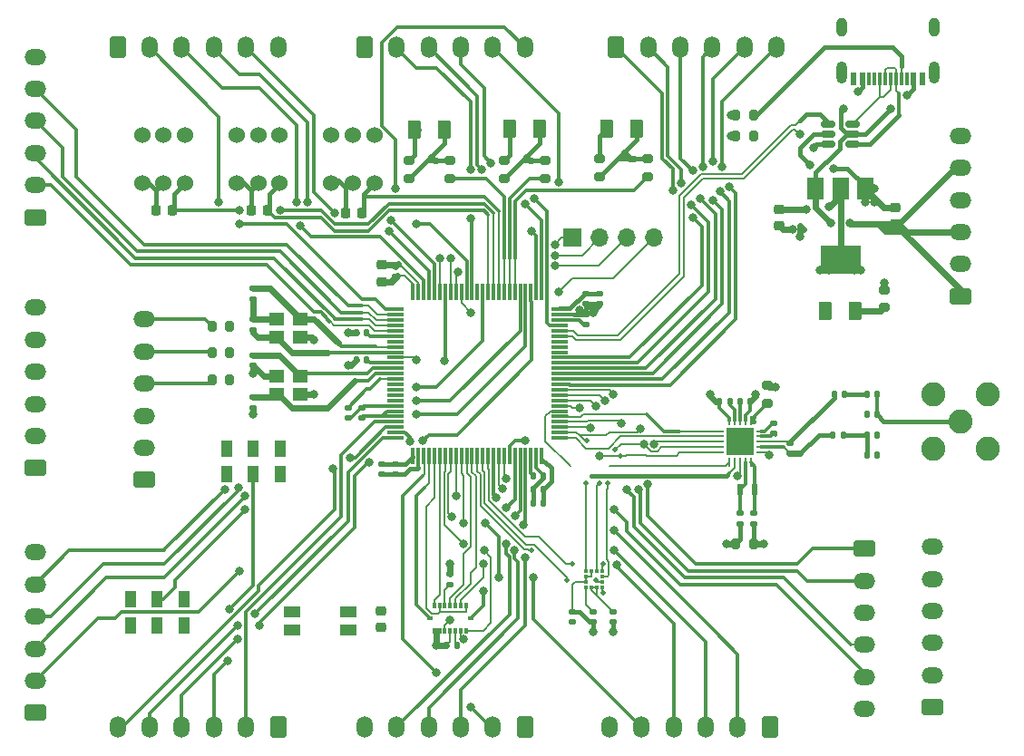
<source format=gbr>
%TF.GenerationSoftware,KiCad,Pcbnew,7.0.7*%
%TF.CreationDate,2023-09-06T20:36:42+03:00*%
%TF.ProjectId,apollo,61706f6c-6c6f-42e6-9b69-6361645f7063,rev?*%
%TF.SameCoordinates,Original*%
%TF.FileFunction,Copper,L1,Top*%
%TF.FilePolarity,Positive*%
%FSLAX46Y46*%
G04 Gerber Fmt 4.6, Leading zero omitted, Abs format (unit mm)*
G04 Created by KiCad (PCBNEW 7.0.7) date 2023-09-06 20:36:42*
%MOMM*%
%LPD*%
G01*
G04 APERTURE LIST*
G04 Aperture macros list*
%AMRoundRect*
0 Rectangle with rounded corners*
0 $1 Rounding radius*
0 $2 $3 $4 $5 $6 $7 $8 $9 X,Y pos of 4 corners*
0 Add a 4 corners polygon primitive as box body*
4,1,4,$2,$3,$4,$5,$6,$7,$8,$9,$2,$3,0*
0 Add four circle primitives for the rounded corners*
1,1,$1+$1,$2,$3*
1,1,$1+$1,$4,$5*
1,1,$1+$1,$6,$7*
1,1,$1+$1,$8,$9*
0 Add four rect primitives between the rounded corners*
20,1,$1+$1,$2,$3,$4,$5,0*
20,1,$1+$1,$4,$5,$6,$7,0*
20,1,$1+$1,$6,$7,$8,$9,0*
20,1,$1+$1,$8,$9,$2,$3,0*%
G04 Aperture macros list end*
%TA.AperFunction,SMDPad,CuDef*%
%ADD10RoundRect,0.140000X-0.170000X0.140000X-0.170000X-0.140000X0.170000X-0.140000X0.170000X0.140000X0*%
%TD*%
%TA.AperFunction,ComponentPad*%
%ADD11RoundRect,0.250001X0.759999X-0.499999X0.759999X0.499999X-0.759999X0.499999X-0.759999X-0.499999X0*%
%TD*%
%TA.AperFunction,ComponentPad*%
%ADD12O,2.020000X1.500000*%
%TD*%
%TA.AperFunction,ComponentPad*%
%ADD13R,1.700000X1.700000*%
%TD*%
%TA.AperFunction,ComponentPad*%
%ADD14O,1.700000X1.700000*%
%TD*%
%TA.AperFunction,SMDPad,CuDef*%
%ADD15RoundRect,0.200000X-0.275000X0.200000X-0.275000X-0.200000X0.275000X-0.200000X0.275000X0.200000X0*%
%TD*%
%TA.AperFunction,SMDPad,CuDef*%
%ADD16RoundRect,0.225000X-0.250000X0.225000X-0.250000X-0.225000X0.250000X-0.225000X0.250000X0.225000X0*%
%TD*%
%TA.AperFunction,SMDPad,CuDef*%
%ADD17RoundRect,0.140000X0.140000X0.170000X-0.140000X0.170000X-0.140000X-0.170000X0.140000X-0.170000X0*%
%TD*%
%TA.AperFunction,ComponentPad*%
%ADD18RoundRect,0.250001X-0.499999X-0.759999X0.499999X-0.759999X0.499999X0.759999X-0.499999X0.759999X0*%
%TD*%
%TA.AperFunction,ComponentPad*%
%ADD19O,1.500000X2.020000*%
%TD*%
%TA.AperFunction,ComponentPad*%
%ADD20O,1.000000X1.800000*%
%TD*%
%TA.AperFunction,ComponentPad*%
%ADD21O,1.000000X2.100000*%
%TD*%
%TA.AperFunction,SMDPad,CuDef*%
%ADD22R,0.600000X1.240000*%
%TD*%
%TA.AperFunction,SMDPad,CuDef*%
%ADD23R,0.300000X1.240000*%
%TD*%
%TA.AperFunction,SMDPad,CuDef*%
%ADD24R,0.600000X1.100000*%
%TD*%
%TA.AperFunction,SMDPad,CuDef*%
%ADD25RoundRect,0.225000X-0.225000X-0.250000X0.225000X-0.250000X0.225000X0.250000X-0.225000X0.250000X0*%
%TD*%
%TA.AperFunction,ComponentPad*%
%ADD26C,2.250000*%
%TD*%
%TA.AperFunction,ComponentPad*%
%ADD27RoundRect,0.250001X0.499999X0.759999X-0.499999X0.759999X-0.499999X-0.759999X0.499999X-0.759999X0*%
%TD*%
%TA.AperFunction,SMDPad,CuDef*%
%ADD28R,1.000000X1.600000*%
%TD*%
%TA.AperFunction,SMDPad,CuDef*%
%ADD29RoundRect,0.200000X0.275000X-0.200000X0.275000X0.200000X-0.275000X0.200000X-0.275000X-0.200000X0*%
%TD*%
%TA.AperFunction,ComponentPad*%
%ADD30C,1.524000*%
%TD*%
%TA.AperFunction,SMDPad,CuDef*%
%ADD31RoundRect,0.140000X0.170000X-0.140000X0.170000X0.140000X-0.170000X0.140000X-0.170000X-0.140000X0*%
%TD*%
%TA.AperFunction,SMDPad,CuDef*%
%ADD32RoundRect,0.075000X-0.725000X-0.075000X0.725000X-0.075000X0.725000X0.075000X-0.725000X0.075000X0*%
%TD*%
%TA.AperFunction,SMDPad,CuDef*%
%ADD33RoundRect,0.075000X-0.075000X-0.725000X0.075000X-0.725000X0.075000X0.725000X-0.075000X0.725000X0*%
%TD*%
%TA.AperFunction,SMDPad,CuDef*%
%ADD34RoundRect,0.140000X-0.140000X-0.170000X0.140000X-0.170000X0.140000X0.170000X-0.140000X0.170000X0*%
%TD*%
%TA.AperFunction,ComponentPad*%
%ADD35RoundRect,0.250001X-0.759999X0.499999X-0.759999X-0.499999X0.759999X-0.499999X0.759999X0.499999X0*%
%TD*%
%TA.AperFunction,SMDPad,CuDef*%
%ADD36RoundRect,0.250000X-0.375000X-0.625000X0.375000X-0.625000X0.375000X0.625000X-0.375000X0.625000X0*%
%TD*%
%TA.AperFunction,SMDPad,CuDef*%
%ADD37RoundRect,0.147500X0.172500X-0.147500X0.172500X0.147500X-0.172500X0.147500X-0.172500X-0.147500X0*%
%TD*%
%TA.AperFunction,SMDPad,CuDef*%
%ADD38R,1.400000X1.200000*%
%TD*%
%TA.AperFunction,SMDPad,CuDef*%
%ADD39RoundRect,0.150000X-0.512500X-0.150000X0.512500X-0.150000X0.512500X0.150000X-0.512500X0.150000X0*%
%TD*%
%TA.AperFunction,SMDPad,CuDef*%
%ADD40RoundRect,0.225000X0.250000X-0.225000X0.250000X0.225000X-0.250000X0.225000X-0.250000X-0.225000X0*%
%TD*%
%TA.AperFunction,SMDPad,CuDef*%
%ADD41RoundRect,0.062500X-0.350000X-0.062500X0.350000X-0.062500X0.350000X0.062500X-0.350000X0.062500X0*%
%TD*%
%TA.AperFunction,SMDPad,CuDef*%
%ADD42RoundRect,0.062500X-0.062500X-0.350000X0.062500X-0.350000X0.062500X0.350000X-0.062500X0.350000X0*%
%TD*%
%TA.AperFunction,SMDPad,CuDef*%
%ADD43R,2.500000X2.500000*%
%TD*%
%TA.AperFunction,SMDPad,CuDef*%
%ADD44RoundRect,0.147500X-0.147500X-0.172500X0.147500X-0.172500X0.147500X0.172500X-0.147500X0.172500X0*%
%TD*%
%TA.AperFunction,SMDPad,CuDef*%
%ADD45RoundRect,0.200000X0.200000X0.275000X-0.200000X0.275000X-0.200000X-0.275000X0.200000X-0.275000X0*%
%TD*%
%TA.AperFunction,SMDPad,CuDef*%
%ADD46R,0.350000X0.590000*%
%TD*%
%TA.AperFunction,SMDPad,CuDef*%
%ADD47R,0.590000X0.350000*%
%TD*%
%TA.AperFunction,SMDPad,CuDef*%
%ADD48R,1.500000X2.000000*%
%TD*%
%TA.AperFunction,SMDPad,CuDef*%
%ADD49R,3.800000X2.000000*%
%TD*%
%TA.AperFunction,SMDPad,CuDef*%
%ADD50R,1.550000X1.000000*%
%TD*%
%TA.AperFunction,SMDPad,CuDef*%
%ADD51RoundRect,0.200000X-0.200000X-0.275000X0.200000X-0.275000X0.200000X0.275000X-0.200000X0.275000X0*%
%TD*%
%TA.AperFunction,SMDPad,CuDef*%
%ADD52RoundRect,0.250000X0.375000X0.625000X-0.375000X0.625000X-0.375000X-0.625000X0.375000X-0.625000X0*%
%TD*%
%TA.AperFunction,SMDPad,CuDef*%
%ADD53R,0.375000X0.350000*%
%TD*%
%TA.AperFunction,SMDPad,CuDef*%
%ADD54R,0.350000X0.375000*%
%TD*%
%TA.AperFunction,ViaPad*%
%ADD55C,0.800000*%
%TD*%
%TA.AperFunction,ViaPad*%
%ADD56C,0.500000*%
%TD*%
%TA.AperFunction,Conductor*%
%ADD57C,0.300000*%
%TD*%
%TA.AperFunction,Conductor*%
%ADD58C,0.200000*%
%TD*%
%TA.AperFunction,Conductor*%
%ADD59C,0.450000*%
%TD*%
%TA.AperFunction,Conductor*%
%ADD60C,0.600000*%
%TD*%
G04 APERTURE END LIST*
D10*
%TO.P,C30,1*%
%TO.N,Net-(U6-XC2)*%
X187080000Y-107032500D03*
%TO.P,C30,2*%
%TO.N,GND*%
X187080000Y-107992500D03*
%TD*%
%TO.P,C31,1*%
%TO.N,Net-(U6-XC1)*%
X188350000Y-107032500D03*
%TO.P,C31,2*%
%TO.N,GND*%
X188350000Y-107992500D03*
%TD*%
D11*
%TO.P,J9,1,Pin_1*%
%TO.N,BTN_1*%
X121285000Y-102805000D03*
D12*
%TO.P,J9,2,Pin_2*%
%TO.N,ADC_01*%
X121285000Y-99805000D03*
%TO.P,J9,3,Pin_3*%
%TO.N,ADC_00*%
X121285000Y-96805000D03*
%TO.P,J9,4,Pin_4*%
%TO.N,ADC_11*%
X121285000Y-93805000D03*
%TO.P,J9,5,Pin_5*%
%TO.N,ADC_10*%
X121285000Y-90805000D03*
%TO.P,J9,6,Pin_6*%
%TO.N,GND*%
X121285000Y-87805000D03*
%TD*%
D13*
%TO.P,J16,1,Pin_1*%
%TO.N,Net-(J16-Pin_1)*%
X171450000Y-81280000D03*
D14*
%TO.P,J16,2,Pin_2*%
%TO.N,Net-(J16-Pin_2)*%
X173990000Y-81280000D03*
%TO.P,J16,3,Pin_3*%
%TO.N,Net-(J16-Pin_3)*%
X176530000Y-81280000D03*
%TO.P,J16,4,Pin_4*%
%TO.N,Net-(J16-Pin_4)*%
X179070000Y-81280000D03*
%TD*%
D15*
%TO.P,R15,1*%
%TO.N,Net-(D5-A)*%
X178435000Y-73915000D03*
%TO.P,R15,2*%
%TO.N,LED_1*%
X178435000Y-75565000D03*
%TD*%
D10*
%TO.P,C10,1*%
%TO.N,Net-(U1-PH0)*%
X141605000Y-92230000D03*
%TO.P,C10,2*%
%TO.N,GND*%
X141605000Y-93190000D03*
%TD*%
D16*
%TO.P,C13,1*%
%TO.N,BTN_1*%
X190730500Y-78600000D03*
%TO.P,C13,2*%
%TO.N,GND*%
X190730500Y-80150000D03*
%TD*%
D17*
%TO.P,C15,1*%
%TO.N,BTN_1*%
X168755000Y-106045000D03*
%TO.P,C15,2*%
%TO.N,GND*%
X167795000Y-106045000D03*
%TD*%
D18*
%TO.P,J11,1,Pin_1*%
%TO.N,BTN_1*%
X128970000Y-63500000D03*
D19*
%TO.P,J11,2,Pin_2*%
%TO.N,GPIO_01*%
X131970000Y-63500000D03*
%TO.P,J11,3,Pin_3*%
%TO.N,GPIO_98*%
X134970000Y-63500000D03*
%TO.P,J11,4,Pin_4*%
%TO.N,GPIO_97*%
X137970000Y-63500000D03*
%TO.P,J11,5,Pin_5*%
%TO.N,GPIO_96*%
X140970000Y-63500000D03*
%TO.P,J11,6,Pin_6*%
%TO.N,GND*%
X143970000Y-63500000D03*
%TD*%
D20*
%TO.P,J2,S1,SHIELD*%
%TO.N,unconnected-(J2-SHIELD-PadS1)*%
X196570500Y-61650000D03*
D21*
X196570500Y-65850000D03*
D20*
X205210500Y-61650000D03*
D21*
X205210500Y-65850000D03*
D22*
%TO.P,J2,B12,GND*%
%TO.N,GND*%
X204090500Y-66450000D03*
%TO.P,J2,B9,VBUS*%
%TO.N,VCC*%
X203290500Y-66450000D03*
D23*
%TO.P,J2,B8,SBU2*%
%TO.N,unconnected-(J2-SBU2-PadB8)*%
X202640500Y-66450000D03*
%TO.P,J2,B7,D-*%
%TO.N,Net-(J2-D--PadA7)*%
X201640500Y-66450000D03*
%TO.P,J2,B6,D+*%
%TO.N,Net-(J2-D+-PadA6)*%
X200140500Y-66450000D03*
%TO.P,J2,B5,CC2*%
%TO.N,Net-(J2-CC2)*%
X199140500Y-66450000D03*
D22*
%TO.P,J2,B4,VBUS*%
%TO.N,VCC*%
X198490500Y-66450000D03*
%TO.P,J2,B1,GND*%
%TO.N,GND*%
X197690500Y-66450000D03*
%TO.P,J2,A12,GND*%
X197690500Y-66450000D03*
%TO.P,J2,A9,VBUS*%
%TO.N,VCC*%
X198490500Y-66450000D03*
D23*
%TO.P,J2,A8,SBU1*%
%TO.N,unconnected-(J2-SBU1-PadA8)*%
X199640500Y-66450000D03*
%TO.P,J2,A7,D-*%
%TO.N,Net-(J2-D--PadA7)*%
X200640500Y-66450000D03*
%TO.P,J2,A6,D+*%
%TO.N,Net-(J2-D+-PadA6)*%
X201140500Y-66450000D03*
%TO.P,J2,A5,CC1*%
%TO.N,Net-(J2-CC1)*%
X202140500Y-66450000D03*
D22*
%TO.P,J2,A4,VBUS*%
%TO.N,VCC*%
X203290500Y-66450000D03*
%TO.P,J2,A1,GND*%
%TO.N,GND*%
X204090500Y-66450000D03*
%TD*%
D24*
%TO.P,Y3,1,1*%
%TO.N,Net-(U6-XC2)*%
X187080000Y-104817500D03*
%TO.P,Y3,2,2*%
%TO.N,Net-(U6-XC1)*%
X188480000Y-104817500D03*
%TD*%
D11*
%TO.P,J15,1,Pin_1*%
%TO.N,BTN_1*%
X205050000Y-125140000D03*
D12*
%TO.P,J15,2,Pin_2*%
%TO.N,GND*%
X205050000Y-122140000D03*
%TO.P,J15,3,Pin_3*%
%TO.N,BTN_1*%
X205050000Y-119140000D03*
%TO.P,J15,4,Pin_4*%
%TO.N,GND*%
X205050000Y-116140000D03*
%TO.P,J15,5,Pin_5*%
%TO.N,BTN_1*%
X205050000Y-113140000D03*
%TO.P,J15,6,Pin_6*%
%TO.N,GND*%
X205050000Y-110140000D03*
%TD*%
D25*
%TO.P,C26,1*%
%TO.N,GND*%
X150260000Y-78994000D03*
%TO.P,C26,2*%
%TO.N,BTN_1*%
X151810000Y-78994000D03*
%TD*%
D26*
%TO.P,J5,1,In*%
%TO.N,Net-(J5-In)*%
X207645000Y-98425000D03*
%TO.P,J5,2,Ext*%
%TO.N,GND*%
X210185000Y-95885000D03*
X205105000Y-95885000D03*
X210185000Y-100965000D03*
X205105000Y-100965000D03*
%TD*%
D27*
%TO.P,J13,1,Pin_1*%
%TO.N,BTN_1*%
X167005000Y-127000000D03*
D19*
%TO.P,J13,2,Pin_2*%
%TO.N,DAC*%
X164005000Y-127000000D03*
%TO.P,J13,3,Pin_3*%
%TO.N,I2C_SDA*%
X161005000Y-127000000D03*
%TO.P,J13,4,Pin_4*%
%TO.N,I2C_SCL*%
X158005000Y-127000000D03*
%TO.P,J13,5,Pin_5*%
%TO.N,GPIO_45*%
X155005000Y-127000000D03*
%TO.P,J13,6,Pin_6*%
%TO.N,GND*%
X152005000Y-127000000D03*
%TD*%
D28*
%TO.P,SW2,1,A*%
%TO.N,BTN_1*%
X144145000Y-103365000D03*
%TO.P,SW2,2,B*%
%TO.N,Net-(J1-Pin_3)*%
X141645000Y-103365000D03*
%TO.P,SW2,3,C*%
%TO.N,unconnected-(SW2A-C-Pad3)*%
X139145000Y-103365000D03*
%TO.P,SW2,4*%
%TO.N,N/C*%
X144145000Y-100965000D03*
%TO.P,SW2,5*%
X141645000Y-100965000D03*
%TO.P,SW2,6*%
X139145000Y-100965000D03*
%TD*%
D17*
%TO.P,C33,1*%
%TO.N,GND*%
X199870000Y-99695000D03*
%TO.P,C33,2*%
%TO.N,Net-(C33-Pad2)*%
X198910000Y-99695000D03*
%TD*%
D29*
%TO.P,R17,1*%
%TO.N,LED_3*%
X160020000Y-75755000D03*
%TO.P,R17,2*%
%TO.N,Net-(D7-K)*%
X160020000Y-74105000D03*
%TD*%
D15*
%TO.P,R13,1*%
%TO.N,GND*%
X165100000Y-74105000D03*
%TO.P,R13,2*%
%TO.N,Net-(D6-A)*%
X165100000Y-75755000D03*
%TD*%
D30*
%TO.P,SW4,1,1*%
%TO.N,BTN_1*%
X135255000Y-76200000D03*
%TO.P,SW4,2,2*%
%TO.N,GND*%
X133255000Y-76200000D03*
X131255000Y-76200000D03*
%TO.P,SW4,4*%
%TO.N,N/C*%
X131255000Y-71700000D03*
%TO.P,SW4,5*%
X133255000Y-71700000D03*
%TO.P,SW4,6*%
X135255000Y-71700000D03*
%TD*%
D31*
%TO.P,C20,1*%
%TO.N,BTN_1*%
X160020000Y-113665000D03*
%TO.P,C20,2*%
%TO.N,GND*%
X160020000Y-112705000D03*
%TD*%
D32*
%TO.P,U1,1,PE2*%
%TO.N,GPIO_01*%
X154885000Y-87980000D03*
%TO.P,U1,2,PE3*%
%TO.N,GPIO_02*%
X154885000Y-88480000D03*
%TO.P,U1,3,PE4*%
%TO.N,GPIO_03*%
X154885000Y-88980000D03*
%TO.P,U1,4,PE5*%
%TO.N,GPIO_04*%
X154885000Y-89480000D03*
%TO.P,U1,5,PE6*%
%TO.N,GPIO_05*%
X154885000Y-89980000D03*
%TO.P,U1,6,VBAT*%
%TO.N,BTN_1*%
X154885000Y-90480000D03*
%TO.P,U1,7,PC13*%
%TO.N,unconnected-(U1-PC13-Pad7)*%
X154885000Y-90980000D03*
%TO.P,U1,8,PC14*%
%TO.N,Net-(U1-PC14)*%
X154885000Y-91480000D03*
%TO.P,U1,9,PC15*%
%TO.N,Net-(U1-PC15)*%
X154885000Y-91980000D03*
%TO.P,U1,10,VSS*%
%TO.N,GND*%
X154885000Y-92480000D03*
%TO.P,U1,11,VDD*%
%TO.N,BTN_1*%
X154885000Y-92980000D03*
%TO.P,U1,12,PH0*%
%TO.N,Net-(U1-PH0)*%
X154885000Y-93480000D03*
%TO.P,U1,13,PH1*%
%TO.N,Net-(U1-PH1)*%
X154885000Y-93980000D03*
%TO.P,U1,14,NRST*%
%TO.N,BTN_1*%
X154885000Y-94480000D03*
%TO.P,U1,15,PC0*%
%TO.N,ADC3_10*%
X154885000Y-94980000D03*
%TO.P,U1,16,PC1*%
%TO.N,ADC3_11*%
X154885000Y-95480000D03*
%TO.P,U1,17,PC2_C*%
%TO.N,ADC3_00*%
X154885000Y-95980000D03*
%TO.P,U1,18,PC3_C*%
%TO.N,ADC3_01*%
X154885000Y-96480000D03*
%TO.P,U1,19,VSSA*%
%TO.N,GND*%
X154885000Y-96980000D03*
%TO.P,U1,20,VREF+*%
%TO.N,BTN_1*%
X154885000Y-97480000D03*
%TO.P,U1,21,VDDA*%
X154885000Y-97980000D03*
%TO.P,U1,22,PA0*%
%TO.N,UART_CTS*%
X154885000Y-98480000D03*
%TO.P,U1,23,PA1*%
%TO.N,UART_RTS*%
X154885000Y-98980000D03*
%TO.P,U1,24,PA2*%
%TO.N,UART_TX*%
X154885000Y-99480000D03*
%TO.P,U1,25,PA3*%
%TO.N,UART_RX*%
X154885000Y-99980000D03*
D33*
%TO.P,U1,26,VSS*%
%TO.N,GND*%
X156560000Y-101655000D03*
%TO.P,U1,27,VDD*%
%TO.N,BTN_1*%
X157060000Y-101655000D03*
%TO.P,U1,28,PA4*%
%TO.N,DAC*%
X157560000Y-101655000D03*
%TO.P,U1,29,PA5*%
%TO.N,SPI_SCK*%
X158060000Y-101655000D03*
%TO.P,U1,30,PA6*%
%TO.N,SPI_MISO*%
X158560000Y-101655000D03*
%TO.P,U1,31,PA7*%
%TO.N,SPI_MOSI*%
X159060000Y-101655000D03*
%TO.P,U1,32,PC4*%
%TO.N,CSB_ACCEL*%
X159560000Y-101655000D03*
%TO.P,U1,33,PC5*%
%TO.N,CSB_GYRO*%
X160060000Y-101655000D03*
%TO.P,U1,34,PB0*%
%TO.N,INT1_ACC*%
X160560000Y-101655000D03*
%TO.P,U1,35,PB1*%
%TO.N,INT2__ACC*%
X161060000Y-101655000D03*
%TO.P,U1,36,PB2*%
%TO.N,INT1_GYRO*%
X161560000Y-101655000D03*
%TO.P,U1,37,PE7*%
%TO.N,INT2_GYRO*%
X162060000Y-101655000D03*
%TO.P,U1,38,PE8*%
%TO.N,CSB_MAG*%
X162560000Y-101655000D03*
%TO.P,U1,39,PE9*%
%TO.N,INT1_MAG*%
X163060000Y-101655000D03*
%TO.P,U1,40,PE10*%
%TO.N,MAG_DRDY*%
X163560000Y-101655000D03*
%TO.P,U1,41,PE11*%
%TO.N,GPIO_41*%
X164060000Y-101655000D03*
%TO.P,U1,42,PE12*%
%TO.N,GPIO_42*%
X164560000Y-101655000D03*
%TO.P,U1,43,PE13*%
%TO.N,GPIO_43*%
X165060000Y-101655000D03*
%TO.P,U1,44,PE14*%
%TO.N,GPIO_44*%
X165560000Y-101655000D03*
%TO.P,U1,45,PE15*%
%TO.N,GPIO_45*%
X166060000Y-101655000D03*
%TO.P,U1,46,PB10*%
%TO.N,I2C_SCL*%
X166560000Y-101655000D03*
%TO.P,U1,47,PB11*%
%TO.N,I2C_SDA*%
X167060000Y-101655000D03*
%TO.P,U1,48,VCAP*%
%TO.N,Net-(C16-Pad2)*%
X167560000Y-101655000D03*
%TO.P,U1,49,VSS*%
%TO.N,GND*%
X168060000Y-101655000D03*
%TO.P,U1,50,VDD*%
%TO.N,BTN_1*%
X168560000Y-101655000D03*
D32*
%TO.P,U1,51,PB12*%
%TO.N,NRF_CS*%
X170235000Y-99980000D03*
%TO.P,U1,52,PB13*%
%TO.N,SPI2_SCK*%
X170235000Y-99480000D03*
%TO.P,U1,53,PB14*%
%TO.N,SPI2_MISO*%
X170235000Y-98980000D03*
%TO.P,U1,54,PB15*%
%TO.N,SPI2_MOSI*%
X170235000Y-98480000D03*
%TO.P,U1,55,PD8*%
%TO.N,NRF_CE*%
X170235000Y-97980000D03*
%TO.P,U1,56,PD9*%
%TO.N,NRF_IRQ*%
X170235000Y-97480000D03*
%TO.P,U1,57,PD10*%
%TO.N,GPIO_57*%
X170235000Y-96980000D03*
%TO.P,U1,58,PD11*%
%TO.N,GPIO_58*%
X170235000Y-96480000D03*
%TO.P,U1,59,PD12*%
%TO.N,T4C1*%
X170235000Y-95980000D03*
%TO.P,U1,60,PD13*%
%TO.N,T4C2*%
X170235000Y-95480000D03*
%TO.P,U1,61,PD14*%
%TO.N,T4C3*%
X170235000Y-94980000D03*
%TO.P,U1,62,PD15*%
%TO.N,T4C4*%
X170235000Y-94480000D03*
%TO.P,U1,63,PC6*%
%TO.N,T3C1*%
X170235000Y-93980000D03*
%TO.P,U1,64,PC7*%
%TO.N,T3C2*%
X170235000Y-93480000D03*
%TO.P,U1,65,PC8*%
%TO.N,T3C3*%
X170235000Y-92980000D03*
%TO.P,U1,66,PC9*%
%TO.N,T3C4*%
X170235000Y-92480000D03*
%TO.P,U1,67,PA8*%
%TO.N,unconnected-(U1-PA8-Pad67)*%
X170235000Y-91980000D03*
%TO.P,U1,68,PA9*%
%TO.N,unconnected-(U1-PA9-Pad68)*%
X170235000Y-91480000D03*
%TO.P,U1,69,PA10*%
%TO.N,unconnected-(U1-PA10-Pad69)*%
X170235000Y-90980000D03*
%TO.P,U1,70,PA11*%
%TO.N,USBD-*%
X170235000Y-90480000D03*
%TO.P,U1,71,PA12*%
%TO.N,USBD+*%
X170235000Y-89980000D03*
%TO.P,U1,72,PA13(JTMS*%
%TO.N,JSTM*%
X170235000Y-89480000D03*
%TO.P,U1,73,VCAP*%
%TO.N,Net-(C17-Pad2)*%
X170235000Y-88980000D03*
%TO.P,U1,74,VSS*%
%TO.N,GND*%
X170235000Y-88480000D03*
%TO.P,U1,75,VDD*%
%TO.N,BTN_1*%
X170235000Y-87980000D03*
D33*
%TO.P,U1,76,PA14(JTCK*%
%TO.N,JTCK*%
X168560000Y-86305000D03*
%TO.P,U1,77,PA15(JTDI)*%
%TO.N,JTDI*%
X168060000Y-86305000D03*
%TO.P,U1,78,PC10*%
%TO.N,SPI3_SCK*%
X167560000Y-86305000D03*
%TO.P,U1,79,PC11*%
%TO.N,SPI3_MISO*%
X167060000Y-86305000D03*
%TO.P,U1,80,PC12*%
%TO.N,SPI3_MOSI*%
X166560000Y-86305000D03*
%TO.P,U1,81,PD0*%
%TO.N,LED_1*%
X166060000Y-86305000D03*
%TO.P,U1,82,PD1*%
%TO.N,LED_2*%
X165560000Y-86305000D03*
%TO.P,U1,83,PD2*%
%TO.N,LED_3*%
X165060000Y-86305000D03*
%TO.P,U1,84,PD3*%
%TO.N,BTN_1*%
X164560000Y-86305000D03*
%TO.P,U1,85,PD4*%
X164060000Y-86305000D03*
%TO.P,U1,86,PD5*%
X163560000Y-86305000D03*
%TO.P,U1,87,PD6*%
%TO.N,SPI3_CE*%
X163060000Y-86305000D03*
%TO.P,U1,88,PD7*%
%TO.N,unconnected-(U1-PD7-Pad88)*%
X162560000Y-86305000D03*
%TO.P,U1,89,PB3(JTDO*%
%TO.N,JTDO*%
X162060000Y-86305000D03*
%TO.P,U1,90,PB4(NJTRST)*%
%TO.N,NJTRST*%
X161560000Y-86305000D03*
%TO.P,U1,91,PB5*%
%TO.N,Net-(J16-Pin_4)*%
X161060000Y-86305000D03*
%TO.P,U1,92,PB6*%
%TO.N,Net-(J16-Pin_3)*%
X160560000Y-86305000D03*
%TO.P,U1,93,PB7*%
%TO.N,Net-(J16-Pin_2)*%
X160060000Y-86305000D03*
%TO.P,U1,94,BOOT0*%
%TO.N,BOOT*%
X159560000Y-86305000D03*
%TO.P,U1,95,PB8*%
%TO.N,Net-(J16-Pin_1)*%
X159060000Y-86305000D03*
%TO.P,U1,96,PB9*%
%TO.N,GPIO_96*%
X158560000Y-86305000D03*
%TO.P,U1,97,PE0*%
%TO.N,GPIO_97*%
X158060000Y-86305000D03*
%TO.P,U1,98,PE1*%
%TO.N,GPIO_98*%
X157560000Y-86305000D03*
%TO.P,U1,99,VSS*%
%TO.N,GND*%
X157060000Y-86305000D03*
%TO.P,U1,100,VDD*%
%TO.N,BTN_1*%
X156560000Y-86305000D03*
%TD*%
D34*
%TO.P,C35,1*%
%TO.N,GND*%
X198910000Y-97790000D03*
%TO.P,C35,2*%
%TO.N,Net-(J5-In)*%
X199870000Y-97790000D03*
%TD*%
D11*
%TO.P,J12,1,Pin_1*%
%TO.N,BTN_1*%
X121285000Y-125665000D03*
D12*
%TO.P,J12,2,Pin_2*%
%TO.N,SPI3_SCK*%
X121285000Y-122665000D03*
%TO.P,J12,3,Pin_3*%
%TO.N,SPI3_MISO*%
X121285000Y-119665000D03*
%TO.P,J12,4,Pin_4*%
%TO.N,SPI3_MOSI*%
X121285000Y-116665000D03*
%TO.P,J12,5,Pin_5*%
%TO.N,SPI3_CE*%
X121285000Y-113665000D03*
%TO.P,J12,6,Pin_6*%
%TO.N,GND*%
X121285000Y-110665000D03*
%TD*%
D31*
%TO.P,C14,1*%
%TO.N,BTN_1*%
X153670000Y-103350000D03*
%TO.P,C14,2*%
%TO.N,GND*%
X153670000Y-102390000D03*
%TD*%
D10*
%TO.P,C2,1*%
%TO.N,BTN_1*%
X172720000Y-86515000D03*
%TO.P,C2,2*%
%TO.N,GND*%
X172720000Y-87475000D03*
%TD*%
D25*
%TO.P,C25,1*%
%TO.N,GND*%
X141433000Y-78740000D03*
%TO.P,C25,2*%
%TO.N,BTN_1*%
X142983000Y-78740000D03*
%TD*%
D11*
%TO.P,J14,1,Pin_1*%
%TO.N,VCC*%
X207645000Y-86755000D03*
D12*
%TO.P,J14,2,Pin_2*%
%TO.N,GND*%
X207645000Y-83755000D03*
%TO.P,J14,3,Pin_3*%
%TO.N,VCC*%
X207645000Y-80755000D03*
%TO.P,J14,4,Pin_4*%
%TO.N,GND*%
X207645000Y-77755000D03*
%TO.P,J14,5,Pin_5*%
%TO.N,VCC*%
X207645000Y-74755000D03*
%TO.P,J14,6,Pin_6*%
%TO.N,GND*%
X207645000Y-71755000D03*
%TD*%
D10*
%TO.P,33pF1,1*%
%TO.N,Net-(U1-PH1)*%
X141605000Y-96195000D03*
%TO.P,33pF1,2*%
%TO.N,GND*%
X141605000Y-97155000D03*
%TD*%
D17*
%TO.P,C34,1*%
%TO.N,GND*%
X199870000Y-101600000D03*
%TO.P,C34,2*%
%TO.N,Net-(C33-Pad2)*%
X198910000Y-101600000D03*
%TD*%
D35*
%TO.P,J7,1,Pin_1*%
%TO.N,T4C2*%
X198700000Y-110315000D03*
D12*
%TO.P,J7,2,Pin_2*%
%TO.N,T4C1*%
X198700000Y-113315000D03*
%TO.P,J7,3,Pin_3*%
%TO.N,BTN_1*%
X198700000Y-116315000D03*
%TO.P,J7,4,Pin_4*%
%TO.N,GPIO_58*%
X198700000Y-119315000D03*
%TO.P,J7,5,Pin_5*%
%TO.N,GPIO_57*%
X198700000Y-122315000D03*
%TO.P,J7,6,Pin_6*%
%TO.N,GND*%
X198700000Y-125315000D03*
%TD*%
D10*
%TO.P,C23,1*%
%TO.N,Net-(U5-C1)*%
X173355000Y-116206250D03*
%TO.P,C23,2*%
%TO.N,GND*%
X173355000Y-117166250D03*
%TD*%
D15*
%TO.P,R1,1*%
%TO.N,GND*%
X200560750Y-86154750D03*
%TO.P,R1,2*%
%TO.N,Net-(D1-K)*%
X200560750Y-87804750D03*
%TD*%
D36*
%TO.P,D7,1,K*%
%TO.N,Net-(D7-K)*%
X156715000Y-71187000D03*
%TO.P,D7,2,A*%
%TO.N,GND*%
X159515000Y-71187000D03*
%TD*%
D31*
%TO.P,C1,2*%
%TO.N,GND*%
X154940000Y-83960000D03*
%TO.P,C1,1*%
%TO.N,BTN_1*%
X154940000Y-84920000D03*
%TD*%
D37*
%TO.P,L1,1,1*%
%TO.N,Net-(U6-ANT1)*%
X191770000Y-101450000D03*
%TO.P,L1,2,2*%
%TO.N,Net-(U6-ANT2)*%
X191770000Y-100480000D03*
%TD*%
D17*
%TO.P,C5,1*%
%TO.N,BTN_1*%
X152245000Y-92710000D03*
%TO.P,C5,2*%
%TO.N,GND*%
X151285000Y-92710000D03*
%TD*%
D15*
%TO.P,R14,1*%
%TO.N,GND*%
X173990000Y-73915000D03*
%TO.P,R14,2*%
%TO.N,Net-(D5-A)*%
X173990000Y-75565000D03*
%TD*%
D38*
%TO.P,Y1,1,1*%
%TO.N,Net-(U1-PC15)*%
X143850000Y-90590000D03*
%TO.P,Y1,2,2*%
%TO.N,GND*%
X146050000Y-90590000D03*
%TO.P,Y1,3,3*%
%TO.N,Net-(U1-PC14)*%
X146050000Y-88890000D03*
%TO.P,Y1,4,4*%
%TO.N,GND*%
X143850000Y-88890000D03*
%TD*%
D18*
%TO.P,J3,1,Pin_1*%
%TO.N,BTN_1*%
X152005000Y-63500000D03*
D19*
%TO.P,J3,2,Pin_2*%
%TO.N,JTDO*%
X155005000Y-63500000D03*
%TO.P,J3,3,Pin_3*%
%TO.N,JTCK*%
X158005000Y-63500000D03*
%TO.P,J3,4,Pin_4*%
%TO.N,JSTM*%
X161005000Y-63500000D03*
%TO.P,J3,5,Pin_5*%
%TO.N,JTDI*%
X164005000Y-63500000D03*
%TO.P,J3,6,Pin_6*%
%TO.N,NJTRST*%
X167005000Y-63500000D03*
%TD*%
D39*
%TO.P,U4,1,I/O1*%
%TO.N,USBD+*%
X195308000Y-70665000D03*
%TO.P,U4,2,GND*%
%TO.N,GND*%
X195308000Y-71615000D03*
%TO.P,U4,3,I/O2*%
%TO.N,USBD-*%
X195308000Y-72565000D03*
%TO.P,U4,4,I/O2*%
%TO.N,Net-(J2-D--PadA7)*%
X197583000Y-72565000D03*
%TO.P,U4,5,VBUS*%
%TO.N,VCC*%
X197583000Y-71615000D03*
%TO.P,U4,6,I/O1*%
%TO.N,Net-(J2-D+-PadA6)*%
X197583000Y-70665000D03*
%TD*%
D10*
%TO.P,C9,1*%
%TO.N,Net-(U1-PC14)*%
X141605000Y-86035000D03*
%TO.P,C9,2*%
%TO.N,GND*%
X141605000Y-86995000D03*
%TD*%
D40*
%TO.P,C12,1*%
%TO.N,VCC*%
X201525500Y-80010000D03*
%TO.P,C12,2*%
%TO.N,GND*%
X201525500Y-78460000D03*
%TD*%
D41*
%TO.P,U6,1,CE*%
%TO.N,NRF_CE*%
X185142500Y-99340000D03*
%TO.P,U6,2,CSN*%
%TO.N,NRF_CS*%
X185142500Y-99840000D03*
%TO.P,U6,3,SCK*%
%TO.N,SPI2_SCK*%
X185142500Y-100340000D03*
%TO.P,U6,4,MOSI*%
%TO.N,SPI2_MOSI*%
X185142500Y-100840000D03*
%TO.P,U6,5,MISO*%
%TO.N,SPI2_MISO*%
X185142500Y-101340000D03*
D42*
%TO.P,U6,6,IRQ*%
%TO.N,NRF_IRQ*%
X186080000Y-102277500D03*
%TO.P,U6,7,VDD*%
%TO.N,BTN_1*%
X186580000Y-102277500D03*
%TO.P,U6,8,VSS*%
%TO.N,GND*%
X187080000Y-102277500D03*
%TO.P,U6,9,XC2*%
%TO.N,Net-(U6-XC2)*%
X187580000Y-102277500D03*
%TO.P,U6,10,XC1*%
%TO.N,Net-(U6-XC1)*%
X188080000Y-102277500D03*
D41*
%TO.P,U6,11,VDD_PA*%
%TO.N,GND*%
X189017500Y-101340000D03*
%TO.P,U6,12,ANT1*%
%TO.N,Net-(U6-ANT1)*%
X189017500Y-100840000D03*
%TO.P,U6,13,ANT2*%
%TO.N,Net-(U6-ANT2)*%
X189017500Y-100340000D03*
%TO.P,U6,14,VSS*%
%TO.N,GND*%
X189017500Y-99840000D03*
%TO.P,U6,15,VDD*%
%TO.N,BTN_1*%
X189017500Y-99340000D03*
D42*
%TO.P,U6,16,IREF*%
%TO.N,Net-(U6-IREF)*%
X188080000Y-98402500D03*
%TO.P,U6,17,VSS*%
%TO.N,GND*%
X187580000Y-98402500D03*
%TO.P,U6,18,VDD*%
%TO.N,BTN_1*%
X187080000Y-98402500D03*
%TO.P,U6,19,DVDD*%
%TO.N,Net-(U6-DVDD)*%
X186580000Y-98402500D03*
%TO.P,U6,20,VSS*%
%TO.N,GND*%
X186080000Y-98402500D03*
D43*
%TO.P,U6,21*%
%TO.N,N/C*%
X187080000Y-100340000D03*
%TD*%
D11*
%TO.P,J10,1,Pin_1*%
%TO.N,BTN_1*%
X121285000Y-79375000D03*
D12*
%TO.P,J10,2,Pin_2*%
%TO.N,GPIO_05*%
X121285000Y-76375000D03*
%TO.P,J10,3,Pin_3*%
%TO.N,GPIO_04*%
X121285000Y-73375000D03*
%TO.P,J10,4,Pin_4*%
%TO.N,GPIO_03*%
X121285000Y-70375000D03*
%TO.P,J10,5,Pin_5*%
%TO.N,GPIO_02*%
X121285000Y-67375000D03*
%TO.P,J10,6,Pin_6*%
%TO.N,GND*%
X121285000Y-64375000D03*
%TD*%
D44*
%TO.P,L2,1,1*%
%TO.N,Net-(U6-ANT1)*%
X195730000Y-99695000D03*
%TO.P,L2,2,2*%
%TO.N,Net-(C33-Pad2)*%
X196700000Y-99695000D03*
%TD*%
D30*
%TO.P,SW5,1,1*%
%TO.N,BTN_1*%
X144113000Y-76200000D03*
%TO.P,SW5,2,2*%
%TO.N,GND*%
X142113000Y-76200000D03*
X140113000Y-76200000D03*
%TO.P,SW5,4*%
%TO.N,N/C*%
X140113000Y-71700000D03*
%TO.P,SW5,5*%
X142113000Y-71700000D03*
%TO.P,SW5,6*%
X144113000Y-71700000D03*
%TD*%
D45*
%TO.P,R3,1*%
%TO.N,Net-(J2-CC1)*%
X188340000Y-69850000D03*
%TO.P,R3,2*%
%TO.N,GND*%
X186690000Y-69850000D03*
%TD*%
D15*
%TO.P,R16,1*%
%TO.N,Net-(D6-A)*%
X168910000Y-74105000D03*
%TO.P,R16,2*%
%TO.N,LED_2*%
X168910000Y-75755000D03*
%TD*%
D17*
%TO.P,C3,1*%
%TO.N,BTN_1*%
X152245000Y-90170000D03*
%TO.P,C3,2*%
%TO.N,GND*%
X151285000Y-90170000D03*
%TD*%
D31*
%TO.P,C6,1*%
%TO.N,BTN_1*%
X154940000Y-103350000D03*
%TO.P,C6,2*%
%TO.N,GND*%
X154940000Y-102390000D03*
%TD*%
D46*
%TO.P,U3,1,INT2*%
%TO.N,INT2__ACC*%
X161520000Y-118005000D03*
%TO.P,U3,2,NC*%
%TO.N,GND*%
X161020000Y-118005000D03*
%TO.P,U3,3,VDD*%
%TO.N,BTN_1*%
X160520000Y-118005000D03*
%TO.P,U3,4,GNDA*%
%TO.N,GND*%
X160020000Y-118005000D03*
%TO.P,U3,5,CSB2*%
%TO.N,CSB_GYRO*%
X159520000Y-118005000D03*
%TO.P,U3,6,GNDIO*%
%TO.N,GND*%
X159020000Y-118005000D03*
%TO.P,U3,7,PS*%
X158520000Y-118005000D03*
D47*
%TO.P,U3,8,SCL/SCK*%
%TO.N,SPI_SCK*%
X158105000Y-116840000D03*
D46*
%TO.P,U3,9,SDA/SDI*%
%TO.N,SPI_MOSI*%
X158520000Y-115675000D03*
%TO.P,U3,10,SDO2*%
%TO.N,SPI_MISO*%
X159020000Y-115675000D03*
%TO.P,U3,11,VDDIO*%
%TO.N,BTN_1*%
X159520000Y-115675000D03*
%TO.P,U3,12,INT3*%
%TO.N,INT1_GYRO*%
X160020000Y-115675000D03*
%TO.P,U3,13,INT4*%
%TO.N,INT2_GYRO*%
X160520000Y-115675000D03*
%TO.P,U3,14,CSB1*%
%TO.N,CSB_ACCEL*%
X161020000Y-115675000D03*
%TO.P,U3,15,SDO1*%
%TO.N,SPI_MISO*%
X161520000Y-115675000D03*
D47*
%TO.P,U3,16,INT1*%
%TO.N,INT1_ACC*%
X161935000Y-116840000D03*
%TD*%
D17*
%TO.P,C7,1*%
%TO.N,BTN_1*%
X168755000Y-104775000D03*
%TO.P,C7,2*%
%TO.N,GND*%
X167795000Y-104775000D03*
%TD*%
D15*
%TO.P,R12,1*%
%TO.N,GND*%
X156210000Y-74105000D03*
%TO.P,R12,2*%
%TO.N,Net-(D7-K)*%
X156210000Y-75755000D03*
%TD*%
D30*
%TO.P,SW6,1,1*%
%TO.N,BTN_1*%
X152940000Y-76200000D03*
%TO.P,SW6,2,2*%
%TO.N,GND*%
X150940000Y-76200000D03*
X148940000Y-76200000D03*
%TO.P,SW6,4*%
%TO.N,N/C*%
X148940000Y-71700000D03*
%TO.P,SW6,5*%
X150940000Y-71700000D03*
%TO.P,SW6,6*%
X152940000Y-71700000D03*
%TD*%
D48*
%TO.P,U2,1,GND*%
%TO.N,GND*%
X198745500Y-76720000D03*
%TO.P,U2,2,VO*%
%TO.N,BTN_1*%
X196445500Y-76720000D03*
D49*
X196445500Y-83020000D03*
D48*
%TO.P,U2,3,VI*%
%TO.N,VCC*%
X194145500Y-76720000D03*
%TD*%
D40*
%TO.P,C11,1*%
%TO.N,BTN_1*%
X153585000Y-117690000D03*
%TO.P,C11,2*%
%TO.N,GND*%
X153585000Y-116140000D03*
%TD*%
D50*
%TO.P,SW1,1,1*%
%TO.N,GND*%
X145245000Y-116205000D03*
X150495000Y-116205000D03*
%TO.P,SW1,2,2*%
%TO.N,BTN_1*%
X145245000Y-117905000D03*
X150495000Y-117905000D03*
%TD*%
D34*
%TO.P,C32,1*%
%TO.N,Net-(C32-Pad1)*%
X198910000Y-95885000D03*
%TO.P,C32,2*%
%TO.N,Net-(J5-In)*%
X199870000Y-95885000D03*
%TD*%
D36*
%TO.P,D5,1,K*%
%TO.N,GND*%
X174625000Y-71120000D03*
%TO.P,D5,2,A*%
%TO.N,Net-(D5-A)*%
X177425000Y-71120000D03*
%TD*%
D10*
%TO.P,C17,1*%
%TO.N,GND*%
X172720000Y-88420000D03*
%TO.P,C17,2*%
%TO.N,Net-(C17-Pad2)*%
X172720000Y-89380000D03*
%TD*%
%TO.P,C36,1*%
%TO.N,BTN_1*%
X175260000Y-116206250D03*
%TO.P,C36,2*%
%TO.N,GND*%
X175260000Y-117166250D03*
%TD*%
D11*
%TO.P,J4,1,Pin_1*%
%TO.N,BTN_1*%
X131445000Y-103900000D03*
D12*
%TO.P,J4,2,Pin_2*%
X131445000Y-100900000D03*
%TO.P,J4,3,Pin_3*%
X131445000Y-97900000D03*
%TO.P,J4,4,Pin_4*%
%TO.N,Net-(J4-Pin_4)*%
X131445000Y-94900000D03*
%TO.P,J4,5,Pin_5*%
%TO.N,Net-(J4-Pin_5)*%
X131445000Y-91900000D03*
%TO.P,J4,6,Pin_6*%
%TO.N,Net-(J4-Pin_6)*%
X131445000Y-88900000D03*
%TD*%
D31*
%TO.P,C22,1*%
%TO.N,BTN_1*%
X171450000Y-117166250D03*
%TO.P,C22,2*%
%TO.N,GND*%
X171450000Y-116206250D03*
%TD*%
D51*
%TO.P,R5,1*%
%TO.N,Net-(J4-Pin_5)*%
X137795000Y-92045000D03*
%TO.P,R5,2*%
%TO.N,GND*%
X139445000Y-92045000D03*
%TD*%
%TO.P,R10,1*%
%TO.N,GND*%
X186690000Y-109855000D03*
%TO.P,R10,2*%
X188340000Y-109855000D03*
%TD*%
D17*
%TO.P,C21,1*%
%TO.N,BTN_1*%
X160655000Y-119380000D03*
%TO.P,C21,2*%
%TO.N,GND*%
X159695000Y-119380000D03*
%TD*%
D27*
%TO.P,J8,1,Pin_1*%
%TO.N,BTN_1*%
X189865000Y-127000000D03*
D19*
%TO.P,J8,2,Pin_2*%
%TO.N,GPIO_44*%
X186865000Y-127000000D03*
%TO.P,J8,3,Pin_3*%
%TO.N,GPIO_43*%
X183865000Y-127000000D03*
%TO.P,J8,4,Pin_4*%
%TO.N,GPIO_42*%
X180865000Y-127000000D03*
%TO.P,J8,5,Pin_5*%
%TO.N,GPIO_41*%
X177865000Y-127000000D03*
%TO.P,J8,6,Pin_6*%
%TO.N,GND*%
X174865000Y-127000000D03*
%TD*%
D52*
%TO.P,D1,1,K*%
%TO.N,Net-(D1-K)*%
X197845500Y-88125000D03*
%TO.P,D1,2,A*%
%TO.N,BTN_1*%
X195045500Y-88125000D03*
%TD*%
D31*
%TO.P,33pF2,1*%
%TO.N,Net-(U1-PC15)*%
X141605000Y-89860000D03*
%TO.P,33pF2,2*%
%TO.N,GND*%
X141605000Y-88900000D03*
%TD*%
D36*
%TO.P,D6,1,K*%
%TO.N,GND*%
X165605000Y-71120000D03*
%TO.P,D6,2,A*%
%TO.N,Net-(D6-A)*%
X168405000Y-71120000D03*
%TD*%
D40*
%TO.P,C8,2*%
%TO.N,GND*%
X153670000Y-83820000D03*
%TO.P,C8,1*%
%TO.N,BTN_1*%
X153670000Y-85370000D03*
%TD*%
D10*
%TO.P,C4,1*%
%TO.N,BTN_1*%
X173990000Y-86515000D03*
%TO.P,C4,2*%
%TO.N,GND*%
X173990000Y-87475000D03*
%TD*%
D45*
%TO.P,R2,1*%
%TO.N,Net-(J2-CC2)*%
X188340000Y-71755000D03*
%TO.P,R2,2*%
%TO.N,GND*%
X186690000Y-71755000D03*
%TD*%
D44*
%TO.P,L3,1,1*%
%TO.N,Net-(U6-ANT2)*%
X195880000Y-95885000D03*
%TO.P,L3,2,2*%
%TO.N,Net-(C32-Pad1)*%
X196850000Y-95885000D03*
%TD*%
D29*
%TO.P,R11,2*%
%TO.N,GND*%
X189620000Y-95102500D03*
%TO.P,R11,1*%
%TO.N,Net-(U6-IREF)*%
X189620000Y-96752500D03*
%TD*%
D51*
%TO.P,R6,1*%
%TO.N,Net-(J4-Pin_4)*%
X137795000Y-94555000D03*
%TO.P,R6,2*%
%TO.N,GND*%
X139445000Y-94555000D03*
%TD*%
D17*
%TO.P,C28,1*%
%TO.N,Net-(U6-DVDD)*%
X186135000Y-96562500D03*
%TO.P,C28,2*%
%TO.N,GND*%
X185175000Y-96562500D03*
%TD*%
D10*
%TO.P,C27,2*%
%TO.N,GND*%
X190255000Y-99582500D03*
%TO.P,C27,1*%
%TO.N,BTN_1*%
X190255000Y-98622500D03*
%TD*%
D27*
%TO.P,J1,1,Pin_1*%
%TO.N,GND*%
X143970000Y-127000000D03*
D19*
%TO.P,J1,2,Pin_2*%
%TO.N,UART_CTS*%
X140970000Y-127000000D03*
%TO.P,J1,3,Pin_3*%
%TO.N,Net-(J1-Pin_3)*%
X137970000Y-127000000D03*
%TO.P,J1,4,Pin_4*%
%TO.N,UART_TX*%
X134970000Y-127000000D03*
%TO.P,J1,5,Pin_5*%
%TO.N,UART_RX*%
X131970000Y-127000000D03*
%TO.P,J1,6,Pin_6*%
%TO.N,UART_RTS*%
X128970000Y-127000000D03*
%TD*%
D31*
%TO.P,C18,1*%
%TO.N,BTN_1*%
X151765000Y-98115000D03*
%TO.P,C18,2*%
%TO.N,GND*%
X151765000Y-97155000D03*
%TD*%
D17*
%TO.P,C16,1*%
%TO.N,GND*%
X168755000Y-103505000D03*
%TO.P,C16,2*%
%TO.N,Net-(C16-Pad2)*%
X167795000Y-103505000D03*
%TD*%
D10*
%TO.P,C19,1*%
%TO.N,BTN_1*%
X150495000Y-97155000D03*
%TO.P,C19,2*%
%TO.N,GND*%
X150495000Y-98115000D03*
%TD*%
D28*
%TO.P,SW3,1,A*%
%TO.N,BTN_1*%
X130175000Y-115075000D03*
%TO.P,SW3,2,B*%
%TO.N,BOOT*%
X132675000Y-115075000D03*
%TO.P,SW3,3,C*%
%TO.N,GND*%
X135175000Y-115075000D03*
%TO.P,SW3,4*%
%TO.N,N/C*%
X130175000Y-117475000D03*
%TO.P,SW3,5*%
X132675000Y-117475000D03*
%TO.P,SW3,6*%
X135175000Y-117475000D03*
%TD*%
D18*
%TO.P,J6,1,Pin_1*%
%TO.N,T3C4*%
X175500000Y-63500000D03*
D19*
%TO.P,J6,2,Pin_2*%
%TO.N,T3C3*%
X178500000Y-63500000D03*
%TO.P,J6,3,Pin_3*%
%TO.N,T3C2*%
X181500000Y-63500000D03*
%TO.P,J6,4,Pin_4*%
%TO.N,T3C1*%
X184500000Y-63500000D03*
%TO.P,J6,5,Pin_5*%
%TO.N,T4C4*%
X187500000Y-63500000D03*
%TO.P,J6,6,Pin_6*%
%TO.N,T4C3*%
X190500000Y-63500000D03*
%TD*%
D53*
%TO.P,U5,1,SCL/SPC*%
%TO.N,SPI2_SCK*%
X172720000Y-112408750D03*
%TO.P,U5,2,RSVD1*%
%TO.N,GND*%
X172720000Y-112908750D03*
%TO.P,U5,3,GND*%
X172720000Y-113408750D03*
%TO.P,U5,4,C1*%
%TO.N,Net-(U5-C1)*%
X172720000Y-113908750D03*
D54*
%TO.P,U5,5,VDD*%
%TO.N,BTN_1*%
X173232500Y-113921250D03*
%TO.P,U5,6,VDD_IO*%
X173732500Y-113921250D03*
D53*
%TO.P,U5,7,INT*%
%TO.N,INT1_MAG*%
X174245000Y-113908750D03*
%TO.P,U5,8,DRDY*%
%TO.N,MAG_DRDY*%
X174245000Y-113408750D03*
%TO.P,U5,9,SDO/SA1*%
%TO.N,SPI2_MISO*%
X174245000Y-112908750D03*
%TO.P,U5,10,CS*%
%TO.N,CSB_MAG*%
X174245000Y-112408750D03*
D54*
%TO.P,U5,11,SDA/SDI/SDO*%
%TO.N,SPI2_MOSI*%
X173732500Y-112396250D03*
%TO.P,U5,12,RSVD2*%
%TO.N,GND*%
X173232500Y-112396250D03*
%TD*%
D34*
%TO.P,C29,1*%
%TO.N,BTN_1*%
X187080000Y-96562500D03*
%TO.P,C29,2*%
%TO.N,GND*%
X188040000Y-96562500D03*
%TD*%
D25*
%TO.P,C24,1*%
%TO.N,GND*%
X132575000Y-78740000D03*
%TO.P,C24,2*%
%TO.N,BTN_1*%
X134125000Y-78740000D03*
%TD*%
D51*
%TO.P,R4,1*%
%TO.N,Net-(J4-Pin_6)*%
X137795000Y-89535000D03*
%TO.P,R4,2*%
%TO.N,GND*%
X139445000Y-89535000D03*
%TD*%
D38*
%TO.P,Y2,1,1*%
%TO.N,Net-(U1-PH1)*%
X143850000Y-95885000D03*
%TO.P,Y2,2,2*%
%TO.N,GND*%
X146050000Y-95885000D03*
%TO.P,Y2,3,3*%
%TO.N,Net-(U1-PH0)*%
X146050000Y-94185000D03*
%TO.P,Y2,4,4*%
%TO.N,GND*%
X143850000Y-94185000D03*
%TD*%
D55*
%TO.N,Net-(J16-Pin_4)*%
X161925000Y-88265000D03*
X170180000Y-86360000D03*
%TO.N,Net-(J16-Pin_3)*%
X160759003Y-84455000D03*
X169809500Y-83914006D03*
%TO.N,Net-(J16-Pin_2)*%
X160059503Y-83185000D03*
X169809500Y-82914503D03*
%TO.N,Net-(J16-Pin_1)*%
X169809500Y-81915000D03*
X159060000Y-83185000D03*
%TO.N,DAC*%
X158750000Y-121920000D03*
X161925000Y-125095000D03*
%TO.N,BOOT*%
X159490023Y-92815023D03*
X140895500Y-106680000D03*
%TO.N,SPI3_SCK*%
X157479379Y-100255523D03*
X140335000Y-112395000D03*
%TO.N,GPIO_01*%
X140335000Y-80010000D03*
X138430000Y-77990500D03*
%TO.N,GPIO_98*%
X145685497Y-77990500D03*
X146050000Y-80124500D03*
%TO.N,GPIO_97*%
X154305000Y-80645000D03*
X146685000Y-77990500D03*
%TO.N,GPIO_96*%
X154460227Y-79644727D03*
X149210940Y-78935986D03*
%TO.N,GPIO_57*%
X175324500Y-106680000D03*
X172085000Y-97179500D03*
%TO.N,GPIO_58*%
X173606153Y-96990975D03*
X176530000Y-104775000D03*
%TO.N,T4C1*%
X174486997Y-96518619D03*
X177575817Y-104840195D03*
%TO.N,T4C2*%
X175260000Y-95885000D03*
X178435000Y-104329500D03*
%TO.N,T3C4*%
X182715437Y-79425062D03*
X180837819Y-76838015D03*
%TO.N,T3C3*%
X182534037Y-78183708D03*
X181591278Y-76181278D03*
%TO.N,T3C2*%
X183369165Y-77634557D03*
X182644485Y-75000634D03*
%TO.N,T3C1*%
X184549110Y-77754548D03*
X183576853Y-74640500D03*
%TO.N,T4C4*%
X185187005Y-76985071D03*
X184542040Y-74162806D03*
%TO.N,T4C3*%
X185420000Y-74640500D03*
X186055000Y-76489500D03*
%TO.N,NJTRST*%
X156845000Y-80010000D03*
X154940000Y-76720500D03*
%TO.N,JTDI*%
X167640000Y-80645000D03*
X170180000Y-76085500D03*
%TO.N,JSTM*%
X167857993Y-77584031D03*
X163830000Y-74295000D03*
%TO.N,JTCK*%
X167005000Y-78105000D03*
X162924503Y-74930000D03*
%TO.N,JTDO*%
X161925000Y-79489500D03*
X161925000Y-74930000D03*
%TO.N,BTN_1*%
X140335000Y-78740000D03*
X144145000Y-78740000D03*
%TO.N,SPI3_CE*%
X156845000Y-95250000D03*
X139027546Y-104764502D03*
%TO.N,SPI3_MOSI*%
X156845000Y-96520000D03*
X140224369Y-104655832D03*
%TO.N,SPI3_MISO*%
X156845000Y-97790000D03*
X140895500Y-105410000D03*
%TO.N,Net-(J1-Pin_3)*%
X139220227Y-120805227D03*
X139451470Y-115956470D03*
%TO.N,UART_TX*%
X156237246Y-100303018D03*
X152448010Y-102283010D03*
X142240000Y-117475000D03*
X140220500Y-118745000D03*
%TO.N,UART_RX*%
X141817477Y-116417477D03*
X140220500Y-117475000D03*
%TO.N,UART_RTS*%
X149110500Y-102812750D03*
X150707477Y-101812477D03*
%TO.N,GPIO_44*%
X167005000Y-100255500D03*
X175324500Y-108585000D03*
%TO.N,GPIO_43*%
X165241449Y-103793724D03*
X175324500Y-110490000D03*
%TO.N,GPIO_42*%
X164863484Y-104719007D03*
X175531500Y-111825856D03*
%TO.N,GPIO_41*%
X164350500Y-105576826D03*
X167754500Y-113030000D03*
%TO.N,I2C_SDA*%
X166871549Y-108097306D03*
X167005000Y-111125000D03*
%TO.N,I2C_SCL*%
X166041813Y-110500849D03*
X166059122Y-107284878D03*
%TO.N,GPIO_45*%
X165277122Y-106502878D03*
X165279000Y-109855000D03*
%TO.N,VCC*%
X202679500Y-67954116D03*
X201180500Y-69215000D03*
X198066560Y-67664657D03*
X197345000Y-79870000D03*
X195546000Y-79870000D03*
X196715227Y-69230227D03*
%TO.N,CSB_ACCEL*%
X163130500Y-111760000D03*
X161225500Y-109855000D03*
%TO.N,CSB_GYRO*%
X160020000Y-116969500D03*
X160159500Y-107315000D03*
%TO.N,INT1_ACC*%
X163130500Y-114300000D03*
X163259500Y-107950000D03*
X164529500Y-113030000D03*
X160590500Y-105410000D03*
%TO.N,INT2__ACC*%
X163195000Y-110490000D03*
X161225500Y-107950000D03*
D56*
%TO.N,CSB_MAG*%
X174282000Y-111760000D03*
X167640000Y-110490000D03*
%TO.N,INT1_MAG*%
X174284009Y-114453147D03*
X170942000Y-113284000D03*
%TO.N,MAG_DRDY*%
X171450000Y-111760000D03*
X173633731Y-113233656D03*
%TO.N,SPI2_SCK*%
X172791056Y-100258944D03*
X172720000Y-104179500D03*
D55*
X177800000Y-99140500D03*
X179070000Y-100539500D03*
%TO.N,SPI2_MISO*%
X173131088Y-99060937D03*
D56*
X175906171Y-101669007D03*
X174689503Y-104179500D03*
D55*
X173990000Y-101664500D03*
D56*
%TO.N,SPI2_MOSI*%
X173990000Y-104179500D03*
D55*
X178070497Y-100539500D03*
D56*
X175396576Y-101115000D03*
D55*
X176011685Y-98605590D03*
%TO.N,USBD-*%
X192635500Y-71615000D03*
X193905500Y-72885000D03*
%TO.N,BTN_1*%
X189765000Y-101600000D03*
X158750000Y-119380000D03*
X195390003Y-84315000D03*
X198350500Y-84315000D03*
X172064270Y-88002323D03*
X141605000Y-97790000D03*
X193255840Y-78602186D03*
X160020000Y-111760000D03*
X197715500Y-84315000D03*
X173355000Y-88265000D03*
X161290000Y-118745000D03*
X175260000Y-118111250D03*
X150495000Y-90170000D03*
X141605000Y-93980000D03*
X150495000Y-93230500D03*
X147320000Y-90805000D03*
X147320000Y-95885000D03*
X195361793Y-78413707D03*
X156845000Y-92710000D03*
X194540500Y-84315000D03*
X185800000Y-109855000D03*
X189269258Y-109855000D03*
X173355000Y-118111250D03*
X186830500Y-103505000D03*
%TO.N,GND*%
X184295000Y-95885000D03*
X198770997Y-77965000D03*
X193639990Y-74524490D03*
X190400000Y-95250000D03*
X192000500Y-80505000D03*
X188495000Y-95885000D03*
X186245000Y-69850000D03*
X192635500Y-81140000D03*
X200560750Y-85519750D03*
X186245000Y-71755000D03*
X199620500Y-76695000D03*
X199620500Y-77965000D03*
X195810500Y-74790000D03*
%TD*%
D57*
%TO.N,SPI3_SCK*%
X160655000Y-99695000D02*
X167640000Y-92710000D01*
X167640000Y-92710000D02*
X167640000Y-87286041D01*
X158039902Y-99695000D02*
X160655000Y-99695000D01*
X167640000Y-87286041D02*
X167560000Y-87206041D01*
X167560000Y-87206041D02*
X167560000Y-86305000D01*
X157479379Y-100255523D02*
X158039902Y-99695000D01*
%TO.N,SPI3_MISO*%
X167060000Y-91385000D02*
X167060000Y-86305000D01*
X160655000Y-97790000D02*
X167060000Y-91385000D01*
X156845000Y-97790000D02*
X160655000Y-97790000D01*
%TO.N,SPI3_CE*%
X163060000Y-90940000D02*
X163060000Y-86305000D01*
X158750000Y-95250000D02*
X163060000Y-90940000D01*
X156845000Y-95250000D02*
X158750000Y-95250000D01*
%TO.N,SPI3_MOSI*%
X166560000Y-89980000D02*
X166560000Y-86305000D01*
X160020000Y-96520000D02*
X166560000Y-89980000D01*
X156845000Y-96520000D02*
X160020000Y-96520000D01*
D58*
%TO.N,Net-(J16-Pin_4)*%
X171450000Y-85090000D02*
X170180000Y-86360000D01*
X179070000Y-81280000D02*
X175260000Y-85090000D01*
X175260000Y-85090000D02*
X171450000Y-85090000D01*
X161060000Y-87400000D02*
X161060000Y-86305000D01*
X161925000Y-88265000D02*
X161060000Y-87400000D01*
%TO.N,Net-(J16-Pin_3)*%
X160759003Y-84455000D02*
X160560000Y-84654003D01*
X160560000Y-84654003D02*
X160560000Y-86305000D01*
X173895994Y-83914006D02*
X169809500Y-83914006D01*
X176530000Y-81280000D02*
X173895994Y-83914006D01*
%TO.N,Net-(J16-Pin_2)*%
X160059503Y-86304503D02*
X160060000Y-86305000D01*
X160059503Y-83185000D02*
X160059503Y-86304503D01*
X173990000Y-81280000D02*
X172355497Y-82914503D01*
X172355497Y-82914503D02*
X169809500Y-82914503D01*
%TO.N,Net-(J16-Pin_1)*%
X159060000Y-83185000D02*
X159060000Y-86305000D01*
X170444500Y-81280000D02*
X169809500Y-81915000D01*
X171450000Y-81280000D02*
X170444500Y-81280000D01*
D57*
%TO.N,DAC*%
X155575000Y-105410000D02*
X157480000Y-103505000D01*
X155575000Y-118745000D02*
X155575000Y-105410000D01*
X158750000Y-121920000D02*
X155575000Y-118745000D01*
D58*
X157585000Y-101680000D02*
X157560000Y-101655000D01*
X157585000Y-103400000D02*
X157585000Y-101680000D01*
X157480000Y-103505000D02*
X157585000Y-103400000D01*
D57*
X163830000Y-127000000D02*
X161925000Y-125095000D01*
X164005000Y-127000000D02*
X163830000Y-127000000D01*
D59*
%TO.N,BTN_1*%
X156930000Y-102880000D02*
X157060000Y-102750000D01*
X156254239Y-102880000D02*
X156930000Y-102880000D01*
X155784239Y-103350000D02*
X156254239Y-102880000D01*
X154940000Y-103350000D02*
X155784239Y-103350000D01*
D57*
%TO.N,UART_RTS*%
X129468601Y-127000000D02*
X128970000Y-127000000D01*
X142145000Y-114323601D02*
X129468601Y-127000000D01*
X142145000Y-113760000D02*
X142145000Y-114323601D01*
X149225000Y-106680000D02*
X142145000Y-113760000D01*
X149225000Y-102927250D02*
X149225000Y-106680000D01*
X149110500Y-102812750D02*
X149225000Y-102927250D01*
%TO.N,BOOT*%
X134360000Y-113290000D02*
X134360000Y-113925000D01*
X140895500Y-106754500D02*
X134360000Y-113290000D01*
X133210000Y-115075000D02*
X132675000Y-115075000D01*
X140895500Y-106680000D02*
X140895500Y-106754500D01*
X134360000Y-113925000D02*
X133210000Y-115075000D01*
%TO.N,SPI3_CE*%
X124460000Y-110490000D02*
X121285000Y-113665000D01*
X133350000Y-110490000D02*
X124460000Y-110490000D01*
X133350000Y-110415092D02*
X133350000Y-110490000D01*
X139027546Y-104764502D02*
X139000590Y-104764502D01*
X139000590Y-104764502D02*
X133350000Y-110415092D01*
%TO.N,SPI3_MOSI*%
X122730000Y-116665000D02*
X121285000Y-116665000D01*
X127635000Y-111760000D02*
X122730000Y-116665000D01*
X133350000Y-111760000D02*
X127635000Y-111760000D01*
X140224369Y-104655832D02*
X140224369Y-104885631D01*
X140224369Y-104885631D02*
X133350000Y-111760000D01*
%TO.N,SPI3_MISO*%
X127920000Y-113030000D02*
X121285000Y-119665000D01*
X133350000Y-113030000D02*
X127920000Y-113030000D01*
X140895500Y-105410000D02*
X140895500Y-105484500D01*
X140895500Y-105484500D02*
X133350000Y-113030000D01*
%TO.N,UART_CTS*%
X149860000Y-101600000D02*
X152980000Y-98480000D01*
X152980000Y-98480000D02*
X154885000Y-98480000D01*
X149860000Y-107315000D02*
X149860000Y-101600000D01*
X140970000Y-116205000D02*
X149860000Y-107315000D01*
X140970000Y-127000000D02*
X140970000Y-116205000D01*
%TO.N,UART_RTS*%
X150707477Y-101812477D02*
X151151482Y-101812477D01*
X151151482Y-101812477D02*
X153983959Y-98980000D01*
X153983959Y-98980000D02*
X154885000Y-98980000D01*
%TO.N,BOOT*%
X159490023Y-92815023D02*
X159560000Y-92745046D01*
X159560000Y-92745046D02*
X159560000Y-86305000D01*
%TO.N,SPI3_SCK*%
X128730000Y-116840000D02*
X129345000Y-116225000D01*
X136505000Y-116225000D02*
X140335000Y-112395000D01*
X127110000Y-116840000D02*
X128730000Y-116840000D01*
X129345000Y-116225000D02*
X136505000Y-116225000D01*
X121285000Y-122665000D02*
X127110000Y-116840000D01*
D58*
%TO.N,USBD+*%
X192244222Y-70736278D02*
X192635500Y-70345000D01*
X183421800Y-75340000D02*
X187231800Y-75340000D01*
X175660000Y-90405000D02*
X181385000Y-84680000D01*
X181385000Y-84680000D02*
X181385000Y-77376800D01*
X171925687Y-90405000D02*
X175660000Y-90405000D01*
X181385000Y-77376800D02*
X183421800Y-75340000D01*
X171500687Y-89980000D02*
X171925687Y-90405000D01*
X170235000Y-89980000D02*
X171500687Y-89980000D01*
X191835522Y-70736278D02*
X192244222Y-70736278D01*
X187231800Y-75340000D02*
X191835522Y-70736278D01*
%TO.N,USBD-*%
X192021922Y-71186278D02*
X192206778Y-71186278D01*
X187418200Y-75790000D02*
X192021922Y-71186278D01*
X183608200Y-75790000D02*
X187418200Y-75790000D01*
X181835000Y-84865000D02*
X181835000Y-77563200D01*
X192206778Y-71186278D02*
X192635500Y-71615000D01*
X175895000Y-90805000D02*
X181835000Y-84865000D01*
X181835000Y-77563200D02*
X183608200Y-75790000D01*
X171760001Y-90805000D02*
X175895000Y-90805000D01*
X171435001Y-90480000D02*
X171760001Y-90805000D01*
X170235000Y-90480000D02*
X171435001Y-90480000D01*
D60*
%TO.N,VCC*%
X201295000Y-80010000D02*
X200660000Y-80645000D01*
X201525500Y-80010000D02*
X201295000Y-80010000D01*
X202675000Y-80755000D02*
X201930000Y-80010000D01*
X203200000Y-80755000D02*
X202675000Y-80755000D01*
X203200000Y-80755000D02*
X207645000Y-80755000D01*
X202270500Y-80755000D02*
X203200000Y-80755000D01*
X200660000Y-80645000D02*
X200025000Y-80010000D01*
X202160500Y-80645000D02*
X200660000Y-80645000D01*
X201525500Y-80010000D02*
X200025000Y-80010000D01*
X202680250Y-81164750D02*
X202270500Y-80755000D01*
X200025000Y-80010000D02*
X197485000Y-80010000D01*
X202680250Y-81164750D02*
X202160500Y-80645000D01*
X207645000Y-86129500D02*
X202680250Y-81164750D01*
X197485000Y-80010000D02*
X197345000Y-79870000D01*
X202270500Y-80755000D02*
X201525500Y-80010000D01*
X207645000Y-86755000D02*
X207645000Y-86129500D01*
X207185000Y-74755000D02*
X207645000Y-74755000D01*
X201930000Y-80010000D02*
X207185000Y-74755000D01*
X201525500Y-80010000D02*
X201930000Y-80010000D01*
D58*
%TO.N,Net-(U6-ANT2)*%
X191630000Y-100340000D02*
X191770000Y-100480000D01*
X189017500Y-100340000D02*
X191630000Y-100340000D01*
D57*
%TO.N,Net-(U6-ANT1)*%
X189865000Y-100840000D02*
X191160000Y-100840000D01*
D58*
X191160000Y-100840000D02*
X191770000Y-101450000D01*
D57*
X189865000Y-100840000D02*
X190120000Y-100840000D01*
X189017500Y-100840000D02*
X189865000Y-100840000D01*
D58*
%TO.N,SPI2_MISO*%
X185142500Y-101340000D02*
X181432500Y-101340000D01*
%TO.N,SPI2_MOSI*%
X178770497Y-101239500D02*
X178070497Y-100539500D01*
X179359950Y-101239500D02*
X178770497Y-101239500D01*
X179759450Y-100840000D02*
X179359950Y-101239500D01*
X185142500Y-100840000D02*
X179759450Y-100840000D01*
%TO.N,SPI2_SCK*%
X179269500Y-100340000D02*
X185142500Y-100340000D01*
X179070000Y-100539500D02*
X179269500Y-100340000D01*
%TO.N,NRF_CS*%
X171735000Y-99980000D02*
X170235000Y-99980000D01*
X174770000Y-100965000D02*
X172720000Y-100965000D01*
X175895000Y-99840000D02*
X174770000Y-100965000D01*
X172720000Y-100965000D02*
X171735000Y-99980000D01*
X185142500Y-99840000D02*
X175895000Y-99840000D01*
%TO.N,NRF_CE*%
X185142500Y-99340000D02*
X181432500Y-99340000D01*
D57*
%TO.N,GND*%
X185175000Y-97197500D02*
X185175000Y-96562500D01*
%TO.N,Net-(U6-ANT1)*%
X191620000Y-101600000D02*
X191770000Y-101450000D01*
D60*
X191770000Y-101450000D02*
X192705000Y-101450000D01*
D57*
%TO.N,GPIO_02*%
X125095000Y-71185000D02*
X121285000Y-67375000D01*
X125095000Y-75565000D02*
X125095000Y-71185000D01*
X144780000Y-81915000D02*
X131445000Y-81915000D01*
X131445000Y-81915000D02*
X125095000Y-75565000D01*
X150495000Y-87630000D02*
X144780000Y-81915000D01*
X151765000Y-87630000D02*
X150495000Y-87630000D01*
%TO.N,GPIO_05*%
X147930000Y-88240000D02*
X148590000Y-88900000D01*
X147295000Y-88240000D02*
X147930000Y-88240000D01*
X130175000Y-83820000D02*
X142875000Y-83820000D01*
X122730000Y-76375000D02*
X130175000Y-83820000D01*
X121285000Y-76375000D02*
X122730000Y-76375000D01*
X142875000Y-83820000D02*
X147295000Y-88240000D01*
%TO.N,GPIO_04*%
X143582106Y-83185000D02*
X130635000Y-83185000D01*
X149225698Y-88828592D02*
X143582106Y-83185000D01*
X121285000Y-73835000D02*
X121285000Y-73375000D01*
X149226396Y-88900000D02*
X149225698Y-88899302D01*
X149225698Y-88899302D02*
X149225698Y-88828592D01*
X130635000Y-83185000D02*
X121285000Y-73835000D01*
X151765000Y-88900000D02*
X149226396Y-88900000D01*
%TO.N,GPIO_03*%
X130810000Y-82550000D02*
X123825000Y-75565000D01*
X123825000Y-72915000D02*
X121285000Y-70375000D01*
X144145000Y-82550000D02*
X130810000Y-82550000D01*
X123825000Y-75565000D02*
X123825000Y-72915000D01*
X149860000Y-88265000D02*
X144145000Y-82550000D01*
X151765000Y-88265000D02*
X149860000Y-88265000D01*
D58*
X152400000Y-88265000D02*
X151765000Y-88265000D01*
X152403626Y-88265000D02*
X152400000Y-88265000D01*
X154885000Y-88980000D02*
X153118626Y-88980000D01*
X153118626Y-88980000D02*
X152403626Y-88265000D01*
D57*
%TO.N,GPIO_05*%
X148590000Y-88970710D02*
X148740343Y-89121053D01*
X148590000Y-88900000D02*
X148590000Y-88970710D01*
D58*
X149160000Y-89470000D02*
X148775698Y-89085698D01*
X148775698Y-89014988D02*
X148660710Y-88900000D01*
X152477254Y-89470000D02*
X149160000Y-89470000D01*
X152987254Y-89980000D02*
X152477254Y-89470000D01*
X148775698Y-89085698D02*
X148775698Y-89014988D01*
X148660710Y-88900000D02*
X148590000Y-88900000D01*
X154885000Y-89980000D02*
X152987254Y-89980000D01*
%TO.N,GPIO_02*%
X152334311Y-87630000D02*
X151765000Y-87630000D01*
X153184311Y-88480000D02*
X152334311Y-87630000D01*
X154885000Y-88480000D02*
X153184311Y-88480000D01*
D57*
%TO.N,GPIO_01*%
X154020000Y-87980000D02*
X154885000Y-87980000D01*
X153035000Y-86995000D02*
X154020000Y-87980000D01*
X151765000Y-86995000D02*
X153035000Y-86995000D01*
X144780000Y-80010000D02*
X151765000Y-86995000D01*
X140335000Y-80010000D02*
X144780000Y-80010000D01*
D58*
%TO.N,GPIO_04*%
X152472940Y-88900000D02*
X151765000Y-88900000D01*
X153071470Y-89498530D02*
X152472940Y-88900000D01*
X153090000Y-89480000D02*
X153071470Y-89498530D01*
X154885000Y-89480000D02*
X153090000Y-89480000D01*
D57*
%TO.N,GPIO_01*%
X138430000Y-69960000D02*
X138430000Y-77990500D01*
X131970000Y-63500000D02*
X138430000Y-69960000D01*
%TO.N,GPIO_98*%
X138780000Y-67310000D02*
X134970000Y-63500000D01*
X142240000Y-67310000D02*
X138780000Y-67310000D01*
X145685497Y-70755497D02*
X142240000Y-67310000D01*
X145685497Y-77990500D02*
X145685497Y-70755497D01*
X147070500Y-81145000D02*
X146050000Y-80124500D01*
X153474238Y-81145000D02*
X147070500Y-81145000D01*
X157560000Y-85230762D02*
X153474238Y-81145000D01*
X157560000Y-86305000D02*
X157560000Y-85230762D01*
%TO.N,GPIO_97*%
X158060000Y-84400000D02*
X158060000Y-86305000D01*
X154305000Y-80645000D02*
X158060000Y-84400000D01*
X146685000Y-70485000D02*
X146685000Y-77990500D01*
X142240000Y-66040000D02*
X146685000Y-70485000D01*
X140335000Y-66040000D02*
X142240000Y-66040000D01*
X137970000Y-63675000D02*
X140335000Y-66040000D01*
X137970000Y-63500000D02*
X137970000Y-63675000D01*
%TO.N,GPIO_96*%
X158560000Y-83744500D02*
X158560000Y-86305000D01*
X154460227Y-79644727D02*
X158560000Y-83744500D01*
X147320000Y-77045046D02*
X149210940Y-78935986D01*
X147320000Y-76835000D02*
X147320000Y-77045046D01*
%TO.N,BTN_1*%
X143618000Y-79375000D02*
X142983000Y-78740000D01*
X147955000Y-79375000D02*
X143618000Y-79375000D01*
X152400000Y-80645000D02*
X149225000Y-80645000D01*
X149225000Y-80645000D02*
X147955000Y-79375000D01*
X154305000Y-78740000D02*
X152400000Y-80645000D01*
X149225000Y-80010000D02*
X147955000Y-78740000D01*
X152400000Y-80010000D02*
X149225000Y-80010000D01*
X154305000Y-78105000D02*
X152400000Y-80010000D01*
X164060000Y-78970000D02*
X163195000Y-78105000D01*
X163195000Y-78105000D02*
X154305000Y-78105000D01*
D58*
X156560000Y-85540356D02*
X156560000Y-86305000D01*
X155798627Y-84778983D02*
X156560000Y-85540356D01*
X155123983Y-84778983D02*
X155798627Y-84778983D01*
%TO.N,GND*%
X157060000Y-85474670D02*
X157060000Y-86305000D01*
X155545330Y-83960000D02*
X157060000Y-85474670D01*
X154940000Y-83960000D02*
X155545330Y-83960000D01*
D57*
%TO.N,GPIO_96*%
X147320000Y-70485000D02*
X147320000Y-76835000D01*
X147320000Y-69850000D02*
X147320000Y-70485000D01*
X140970000Y-63500000D02*
X147320000Y-69850000D01*
%TO.N,GPIO_57*%
X181537894Y-113665000D02*
X190500000Y-113665000D01*
X198700000Y-121865000D02*
X198700000Y-122315000D01*
X176530000Y-108657106D02*
X181537894Y-113665000D01*
X190500000Y-113665000D02*
X198700000Y-121865000D01*
X176530000Y-107885500D02*
X176530000Y-108657106D01*
X175324500Y-106680000D02*
X176530000Y-107885500D01*
%TO.N,GPIO_58*%
X176530000Y-104855039D02*
X176530000Y-104775000D01*
X181927500Y-113030000D02*
X177165000Y-108267500D01*
X177165000Y-105490039D02*
X176530000Y-104855039D01*
X191135000Y-113030000D02*
X181927500Y-113030000D01*
X197420000Y-119315000D02*
X191135000Y-113030000D01*
X177165000Y-108267500D02*
X177165000Y-105490039D01*
D58*
X198700000Y-119315000D02*
X197420000Y-119315000D01*
D57*
%TO.N,T4C1*%
X177800000Y-107950000D02*
X177800000Y-105064378D01*
X182245000Y-112395000D02*
X177800000Y-107950000D01*
D58*
X177800000Y-105064378D02*
X177575817Y-104840195D01*
D57*
X192405000Y-112395000D02*
X182245000Y-112395000D01*
X198700000Y-113315000D02*
X193325000Y-113315000D01*
X193325000Y-113315000D02*
X192405000Y-112395000D01*
%TO.N,T4C2*%
X178435000Y-107260660D02*
X178435000Y-104329500D01*
X182934340Y-111760000D02*
X178435000Y-107260660D01*
X198700000Y-110315000D02*
X193850000Y-110315000D01*
X193850000Y-110315000D02*
X192405000Y-111760000D01*
X192405000Y-111760000D02*
X182934340Y-111760000D01*
D58*
%TO.N,SPI2_MISO*%
X173050151Y-98980000D02*
X170235000Y-98980000D01*
X173131088Y-99060937D02*
X173050151Y-98980000D01*
%TO.N,GPIO_57*%
X172060500Y-97155000D02*
X172085000Y-97179500D01*
X171450000Y-97155000D02*
X172060500Y-97155000D01*
%TO.N,NRF_CE*%
X172430000Y-97790000D02*
X178335000Y-97790000D01*
X172195000Y-98025000D02*
X172430000Y-97790000D01*
X171115000Y-98025000D02*
X172195000Y-98025000D01*
X170235000Y-97980000D02*
X171070000Y-97980000D01*
X171070000Y-97980000D02*
X171115000Y-98025000D01*
X178335000Y-97790000D02*
X178385000Y-97740000D01*
%TO.N,SPI2_MOSI*%
X171135686Y-98480000D02*
X170235000Y-98480000D01*
X171190686Y-98425000D02*
X171135686Y-98480000D01*
X172777075Y-98425000D02*
X171190686Y-98425000D01*
X172841138Y-98360937D02*
X172777075Y-98425000D01*
X175767032Y-98360937D02*
X172841138Y-98360937D01*
X176011685Y-98605590D02*
X175767032Y-98360937D01*
%TO.N,GPIO_57*%
X171275000Y-96980000D02*
X171450000Y-97155000D01*
X170235000Y-96980000D02*
X171275000Y-96980000D01*
%TO.N,GPIO_58*%
X173095178Y-96480000D02*
X170235000Y-96480000D01*
X173606153Y-96990975D02*
X173095178Y-96480000D01*
%TO.N,T4C1*%
X173948378Y-95980000D02*
X170235000Y-95980000D01*
X174486997Y-96518619D02*
X173948378Y-95980000D01*
%TO.N,T4C2*%
X170999645Y-95480000D02*
X170235000Y-95480000D01*
X171024645Y-95505000D02*
X170999645Y-95480000D01*
X174880000Y-95505000D02*
X171024645Y-95505000D01*
X175260000Y-95885000D02*
X174880000Y-95505000D01*
D57*
%TO.N,NRF_CE*%
X178385000Y-97740000D02*
X179985000Y-99340000D01*
X179985000Y-99340000D02*
X181432500Y-99340000D01*
D58*
%TO.N,SPI2_MISO*%
X176449500Y-101600000D02*
X176385000Y-101664500D01*
X178294814Y-101600000D02*
X176449500Y-101600000D01*
X178334315Y-101639500D02*
X178294814Y-101600000D01*
X176385000Y-101664500D02*
X173990000Y-101664500D01*
X181133000Y-101639500D02*
X178334315Y-101639500D01*
X181432500Y-101340000D02*
X181133000Y-101639500D01*
X174707500Y-112908750D02*
X174245000Y-112908750D01*
X174832000Y-112784250D02*
X174707500Y-112908750D01*
X174625000Y-111325182D02*
X174832000Y-111532182D01*
X174625000Y-104775000D02*
X174625000Y-111325182D01*
X174689503Y-104710497D02*
X174625000Y-104775000D01*
X174689503Y-104179500D02*
X174689503Y-104710497D01*
X174832000Y-111532182D02*
X174832000Y-112784250D01*
%TO.N,SPI2_MOSI*%
X175972076Y-100539500D02*
X178070497Y-100539500D01*
X175396576Y-101115000D02*
X175972076Y-100539500D01*
%TO.N,SPI2_MISO*%
X173990000Y-101664500D02*
X175195500Y-101664500D01*
D57*
%TO.N,T3C4*%
X179840000Y-67840000D02*
X175500000Y-63500000D01*
X180841278Y-76834556D02*
X180841278Y-74868384D01*
X180841278Y-74868384D02*
X179840000Y-73867106D01*
X180837819Y-76838015D02*
X180841278Y-76834556D01*
X179840000Y-73867106D02*
X179840000Y-67840000D01*
X176760000Y-92480000D02*
X170235000Y-92480000D01*
X183515000Y-85725000D02*
X176760000Y-92480000D01*
X183515000Y-80224625D02*
X183515000Y-85725000D01*
X182715437Y-79425062D02*
X183515000Y-80224625D01*
%TO.N,T3C3*%
X184150000Y-79799671D02*
X184150000Y-86360000D01*
X184150000Y-86360000D02*
X177530000Y-92980000D01*
X177530000Y-92980000D02*
X170235000Y-92980000D01*
X182534037Y-78183708D02*
X184150000Y-79799671D01*
%TO.N,T4C3*%
X171136041Y-94980000D02*
X170235000Y-94980000D01*
X186690000Y-88900000D02*
X180535000Y-95055000D01*
X186690000Y-77124500D02*
X186690000Y-88900000D01*
X171211041Y-95055000D02*
X171136041Y-94980000D01*
X186055000Y-76489500D02*
X186690000Y-77124500D01*
X180535000Y-95055000D02*
X171211041Y-95055000D01*
%TO.N,T4C4*%
X179840000Y-94480000D02*
X170235000Y-94480000D01*
X186055000Y-88265000D02*
X179840000Y-94480000D01*
X186055000Y-77853066D02*
X186055000Y-88265000D01*
X185187005Y-76985071D02*
X186055000Y-77853066D01*
%TO.N,T3C2*%
X178300000Y-93480000D02*
X170235000Y-93480000D01*
X184785000Y-86995000D02*
X178300000Y-93480000D01*
X184785000Y-79050392D02*
X184785000Y-86995000D01*
X183369165Y-77634557D02*
X184785000Y-79050392D01*
%TO.N,T3C1*%
X185420000Y-87485788D02*
X178925788Y-93980000D01*
X185420000Y-78625438D02*
X185420000Y-87485788D01*
X178925788Y-93980000D02*
X170235000Y-93980000D01*
X184549110Y-77754548D02*
X185420000Y-78625438D01*
%TO.N,T3C3*%
X181591278Y-74911278D02*
X181591278Y-76181278D01*
X178500000Y-63500000D02*
X180340000Y-65340000D01*
X180340000Y-65340000D02*
X180340000Y-73660000D01*
X180340000Y-73660000D02*
X181591278Y-74911278D01*
%TO.N,T3C2*%
X181500000Y-73856149D02*
X182644485Y-75000634D01*
X181500000Y-63500000D02*
X181500000Y-73856149D01*
%TO.N,T3C1*%
X183576853Y-64423147D02*
X183576853Y-74640500D01*
X184500000Y-63500000D02*
X183576853Y-64423147D01*
%TO.N,T4C4*%
X184542040Y-66457960D02*
X184542040Y-74162806D01*
X187500000Y-63500000D02*
X184542040Y-66457960D01*
%TO.N,T4C3*%
X185420000Y-68580000D02*
X185420000Y-74640500D01*
X190500000Y-63500000D02*
X185420000Y-68580000D01*
%TO.N,NJTRST*%
X161560000Y-83455000D02*
X161560000Y-86305000D01*
X158115000Y-80010000D02*
X161560000Y-83455000D01*
X156845000Y-80010000D02*
X158115000Y-80010000D01*
X153670000Y-70857394D02*
X154940000Y-72127394D01*
X154940000Y-72127394D02*
X154940000Y-76720500D01*
X153670000Y-63019365D02*
X153670000Y-63500000D01*
X155094365Y-61595000D02*
X153670000Y-63019365D01*
X153670000Y-63500000D02*
X153670000Y-70857394D01*
X164465000Y-61595000D02*
X155094365Y-61595000D01*
X165100000Y-61595000D02*
X164465000Y-61595000D01*
X167005000Y-63500000D02*
X165100000Y-61595000D01*
%TO.N,JTDI*%
X168060000Y-81065000D02*
X168060000Y-86305000D01*
X167640000Y-80645000D02*
X168060000Y-81065000D01*
X170180000Y-69675000D02*
X170180000Y-76085500D01*
X164005000Y-63500000D02*
X170180000Y-69675000D01*
%TO.N,JTDO*%
X158750000Y-65405000D02*
X161925000Y-68580000D01*
X156845000Y-65405000D02*
X158750000Y-65405000D01*
X155005000Y-63565000D02*
X156845000Y-65405000D01*
X155005000Y-63500000D02*
X155005000Y-63565000D01*
X161925000Y-68580000D02*
X161925000Y-74930000D01*
%TO.N,JSTM*%
X163195000Y-73660000D02*
X163830000Y-74295000D01*
X163195000Y-67310000D02*
X163195000Y-73660000D01*
X161005000Y-65120000D02*
X163195000Y-67310000D01*
X161005000Y-63500000D02*
X161005000Y-65120000D01*
%TO.N,JTCK*%
X162560000Y-68055000D02*
X158005000Y-63500000D01*
X162560000Y-74504339D02*
X162560000Y-68055000D01*
X162675000Y-74619339D02*
X162560000Y-74504339D01*
X162675000Y-74680497D02*
X162675000Y-74619339D01*
X162924503Y-74930000D02*
X162675000Y-74680497D01*
%TO.N,JSTM*%
X169060000Y-89206041D02*
X169333959Y-89480000D01*
X169060000Y-78786038D02*
X169060000Y-89206041D01*
X169333959Y-89480000D02*
X170235000Y-89480000D01*
X167857993Y-77584031D02*
X169060000Y-78786038D01*
%TO.N,JTCK*%
X168560000Y-79660000D02*
X168560000Y-86305000D01*
X167005000Y-78105000D02*
X168560000Y-79660000D01*
%TO.N,JTDO*%
X162060000Y-79624500D02*
X162060000Y-86305000D01*
X161925000Y-79489500D02*
X162060000Y-79624500D01*
%TO.N,BTN_1*%
X140335000Y-78740000D02*
X134125000Y-78740000D01*
X147955000Y-78740000D02*
X144145000Y-78740000D01*
X163195000Y-78740000D02*
X154305000Y-78740000D01*
D59*
X143126000Y-77187000D02*
X143126000Y-78105000D01*
X143126000Y-78105000D02*
X143126000Y-78597000D01*
D57*
X163195000Y-77470000D02*
X151921000Y-77470000D01*
D59*
X151921000Y-77470000D02*
X151921000Y-78883000D01*
X151921000Y-77219000D02*
X151921000Y-77470000D01*
D57*
%TO.N,Net-(J4-Pin_4)*%
X137450000Y-94900000D02*
X137795000Y-94555000D01*
X131445000Y-94900000D02*
X137450000Y-94900000D01*
%TO.N,Net-(J4-Pin_5)*%
X137650000Y-91900000D02*
X137795000Y-92045000D01*
X131445000Y-91900000D02*
X137650000Y-91900000D01*
%TO.N,Net-(J4-Pin_6)*%
X137160000Y-88900000D02*
X137795000Y-89535000D01*
X131445000Y-88900000D02*
X137160000Y-88900000D01*
%TO.N,Net-(J1-Pin_3)*%
X141645000Y-113762940D02*
X141645000Y-103365000D01*
X139451470Y-115956470D02*
X141645000Y-113762940D01*
X137970000Y-122055454D02*
X139220227Y-120805227D01*
X137970000Y-127000000D02*
X137970000Y-122055454D01*
%TO.N,UART_TX*%
X151130000Y-103505000D02*
X152351990Y-102283010D01*
X151130000Y-108345000D02*
X151130000Y-103505000D01*
X142240000Y-117235000D02*
X151130000Y-108345000D01*
X152351990Y-102283010D02*
X152448010Y-102283010D01*
X142240000Y-117475000D02*
X142240000Y-117235000D01*
X155786041Y-99480000D02*
X154885000Y-99480000D01*
X156237246Y-100303018D02*
X156237246Y-99931205D01*
X156237246Y-99931205D02*
X155786041Y-99480000D01*
X134970000Y-123995500D02*
X140220500Y-118745000D01*
X134970000Y-127000000D02*
X134970000Y-123995500D01*
%TO.N,UART_RX*%
X153691065Y-99980000D02*
X154885000Y-99980000D01*
X150495000Y-103176065D02*
X153691065Y-99980000D01*
X141817477Y-116417477D02*
X150495000Y-107739954D01*
X150495000Y-107739954D02*
X150495000Y-103176065D01*
X131970000Y-125725500D02*
X140220500Y-117475000D01*
X131970000Y-127000000D02*
X131970000Y-125725500D01*
%TO.N,GPIO_44*%
X165560000Y-100753959D02*
X165560000Y-101655000D01*
X166058459Y-100255500D02*
X165560000Y-100753959D01*
X167005000Y-100255500D02*
X166058459Y-100255500D01*
X175324500Y-108649500D02*
X175324500Y-108585000D01*
X186865000Y-120190000D02*
X184785000Y-118110000D01*
X184785000Y-118110000D02*
X175324500Y-108649500D01*
X186865000Y-127000000D02*
X186865000Y-120190000D01*
D58*
%TO.N,GPIO_43*%
X165060000Y-103612275D02*
X165060000Y-101655000D01*
X165241449Y-103793724D02*
X165060000Y-103612275D01*
%TO.N,GPIO_42*%
X164530500Y-101684500D02*
X164560000Y-101655000D01*
X164863484Y-104719007D02*
X164530500Y-104386023D01*
X164530500Y-104386023D02*
X164530500Y-101684500D01*
D57*
%TO.N,GPIO_45*%
X166060000Y-105720000D02*
X166060000Y-101655000D01*
X165277122Y-106502878D02*
X166060000Y-105720000D01*
%TO.N,I2C_SCL*%
X166560000Y-106784000D02*
X166560000Y-101655000D01*
X166059122Y-107284878D02*
X166560000Y-106784000D01*
%TO.N,I2C_SDA*%
X167060000Y-107908855D02*
X167060000Y-101655000D01*
X166871549Y-108097306D02*
X167060000Y-107908855D01*
%TO.N,GPIO_41*%
X164060000Y-102640000D02*
X164060000Y-101655000D01*
X164080500Y-102660500D02*
X164060000Y-102640000D01*
X164080500Y-105306826D02*
X164080500Y-102660500D01*
X164350500Y-105576826D02*
X164080500Y-105306826D01*
D58*
%TO.N,MAG_DRDY*%
X167005000Y-109220000D02*
X168275000Y-109220000D01*
X168275000Y-109220000D02*
X170815000Y-111760000D01*
X163630500Y-102940500D02*
X163630500Y-105845500D01*
X163560000Y-102870000D02*
X163630500Y-102940500D01*
X163630500Y-105845500D02*
X167005000Y-109220000D01*
X163560000Y-101655000D02*
X163560000Y-102870000D01*
X170815000Y-111760000D02*
X171450000Y-111760000D01*
%TO.N,INT1_MAG*%
X163230500Y-103208442D02*
X163060000Y-103037942D01*
X163230500Y-106080500D02*
X163230500Y-103208442D01*
X167090000Y-109940000D02*
X163230500Y-106080500D01*
X167867818Y-109940000D02*
X167090000Y-109940000D01*
X163060000Y-103037942D02*
X163060000Y-101655000D01*
X170942000Y-113014182D02*
X167867818Y-109940000D01*
X170942000Y-113284000D02*
X170942000Y-113014182D01*
%TO.N,CSB_MAG*%
X162830500Y-106299586D02*
X162830500Y-103374128D01*
X166955914Y-110425000D02*
X162830500Y-106299586D01*
X162830500Y-103374128D02*
X162560000Y-103103628D01*
X167294950Y-110425000D02*
X166955914Y-110425000D01*
X167359950Y-110490000D02*
X167294950Y-110425000D01*
X162560000Y-103103628D02*
X162560000Y-101655000D01*
X167640000Y-110490000D02*
X167359950Y-110490000D01*
D57*
%TO.N,GPIO_43*%
X183865000Y-119030500D02*
X175324500Y-110490000D01*
X183865000Y-127000000D02*
X183865000Y-119030500D01*
%TO.N,GPIO_42*%
X180865000Y-117365000D02*
X180865000Y-127000000D01*
X175531500Y-112031500D02*
X180865000Y-117365000D01*
X175531500Y-111825856D02*
X175531500Y-112031500D01*
D58*
%TO.N,SPI2_SCK*%
X172720000Y-112408750D02*
X172720000Y-104179500D01*
D57*
%TO.N,GPIO_41*%
X167754500Y-116889500D02*
X167754500Y-113030000D01*
X177865000Y-127000000D02*
X167754500Y-116889500D01*
%TO.N,GPIO_45*%
X165541813Y-116463187D02*
X155005000Y-127000000D01*
X165541813Y-111061510D02*
X165541813Y-116463187D01*
X165279000Y-109855000D02*
X165279000Y-110798697D01*
X165279000Y-110798697D02*
X165541813Y-111061510D01*
%TO.N,I2C_SCL*%
X158005000Y-125205000D02*
X158005000Y-127000000D01*
X166370000Y-116840000D02*
X158005000Y-125205000D01*
X166041813Y-111222474D02*
X166370000Y-111550661D01*
X166370000Y-111550661D02*
X166370000Y-116840000D01*
X166041813Y-110500849D02*
X166041813Y-111222474D01*
%TO.N,I2C_SDA*%
X161005000Y-123475000D02*
X161005000Y-127000000D01*
X167005000Y-117475000D02*
X161005000Y-123475000D01*
X167005000Y-111125000D02*
X167005000Y-117475000D01*
D59*
%TO.N,VCC*%
X203290500Y-67343116D02*
X203290500Y-66450000D01*
X202679500Y-67954116D02*
X203290500Y-67343116D01*
X197583000Y-71615000D02*
X198780500Y-71615000D01*
X198780500Y-71615000D02*
X201180500Y-69215000D01*
D58*
%TO.N,Net-(J2-D--PadA7)*%
X201518038Y-65405000D02*
X201640500Y-65527462D01*
X200815500Y-65405000D02*
X201518038Y-65405000D01*
X201640500Y-65527462D02*
X201640500Y-66450000D01*
X200640500Y-65580000D02*
X200815500Y-65405000D01*
X200640500Y-66450000D02*
X200640500Y-65580000D01*
%TO.N,Net-(J2-D+-PadA6)*%
X201140500Y-67464500D02*
X201140500Y-66450000D01*
X200497500Y-68107500D02*
X201140500Y-67464500D01*
X200140500Y-68107500D02*
X200497500Y-68107500D01*
X200140500Y-68107500D02*
X200140500Y-66450000D01*
X197583000Y-70665000D02*
X200140500Y-68107500D01*
%TO.N,Net-(J2-D--PadA7)*%
X201930000Y-67840000D02*
X201640500Y-67550500D01*
D57*
X201930000Y-67840000D02*
X201930000Y-69850000D01*
D58*
X201640500Y-67550500D02*
X201640500Y-66450000D01*
D59*
X199215000Y-72565000D02*
X197583000Y-72565000D01*
X201930000Y-69850000D02*
X199215000Y-72565000D01*
%TO.N,Net-(J2-CC1)*%
X188595000Y-69850000D02*
X188340000Y-69850000D01*
X194945000Y-63500000D02*
X188595000Y-69850000D01*
X201295000Y-63500000D02*
X194945000Y-63500000D01*
X202140500Y-64345500D02*
X201295000Y-63500000D01*
X202140500Y-65285000D02*
X202140500Y-64345500D01*
%TO.N,*%
X158750000Y-74105000D02*
X158115000Y-74105000D01*
X159515000Y-72450000D02*
X158210000Y-73755000D01*
X158115000Y-74105000D02*
X157860000Y-74105000D01*
X158210000Y-73755000D02*
X157860000Y-74105000D01*
X160020000Y-74105000D02*
X158750000Y-74105000D01*
X159515000Y-71187000D02*
X159515000Y-72450000D01*
X157860000Y-74105000D02*
X156210000Y-75755000D01*
D60*
X158750000Y-74105000D02*
X158560000Y-74105000D01*
X158560000Y-74105000D02*
X158210000Y-73755000D01*
%TO.N,Net-(U1-PH1)*%
X143850000Y-95885000D02*
X143950000Y-95885000D01*
D57*
X151130000Y-94615000D02*
X152400000Y-94615000D01*
X153035000Y-93980000D02*
X154885000Y-93980000D01*
D60*
X148590000Y-97155000D02*
X151115000Y-94630000D01*
X143950000Y-95885000D02*
X145220000Y-97155000D01*
X151115000Y-94630000D02*
X151130000Y-94630000D01*
D57*
X152400000Y-94615000D02*
X153035000Y-93980000D01*
D60*
X145220000Y-97155000D02*
X148590000Y-97155000D01*
X141605000Y-96195000D02*
X143540000Y-96195000D01*
X143540000Y-96195000D02*
X143850000Y-95885000D01*
%TO.N,Net-(U1-PC15)*%
X142025000Y-90590000D02*
X143850000Y-90590000D01*
X145240000Y-91980000D02*
X145415000Y-91980000D01*
D57*
X148590000Y-91980000D02*
X154885000Y-91980000D01*
D60*
X143850000Y-90590000D02*
X145240000Y-91980000D01*
X141605000Y-90170000D02*
X142025000Y-90590000D01*
X145415000Y-91980000D02*
X148590000Y-91980000D01*
D57*
X141605000Y-89860000D02*
X141605000Y-90170000D01*
D60*
%TO.N,Net-(U1-PC14)*%
X143195000Y-86035000D02*
X146050000Y-88890000D01*
D57*
X149860000Y-91440000D02*
X149542500Y-91122500D01*
D60*
X141605000Y-86035000D02*
X143195000Y-86035000D01*
X147310000Y-88890000D02*
X147320000Y-88900000D01*
D58*
X154885000Y-91480000D02*
X153075000Y-91480000D01*
D57*
X153035000Y-91440000D02*
X149860000Y-91440000D01*
D60*
X147320000Y-88900000D02*
X149542500Y-91122500D01*
X146050000Y-88890000D02*
X147310000Y-88890000D01*
D57*
%TO.N,Net-(U1-PH0)*%
X152827894Y-93480000D02*
X154885000Y-93480000D01*
D60*
X144095000Y-92230000D02*
X146050000Y-94185000D01*
D57*
X146050000Y-94185000D02*
X146255000Y-93980000D01*
X146255000Y-93980000D02*
X152327894Y-93980000D01*
D60*
X141605000Y-92230000D02*
X144095000Y-92230000D01*
D57*
X152327894Y-93980000D02*
X152827894Y-93480000D01*
D60*
%TO.N,VCC*%
X194145500Y-78469500D02*
X194145500Y-76720000D01*
D59*
X196040500Y-73290000D02*
X194145500Y-75185000D01*
X196495500Y-71053173D02*
X197057327Y-71615000D01*
X196395500Y-72276827D02*
X196395500Y-72953173D01*
X196495500Y-69449954D02*
X196495500Y-71053173D01*
X198490500Y-67240717D02*
X198490500Y-66450000D01*
X197057327Y-71615000D02*
X197583000Y-71615000D01*
X196395500Y-72953173D02*
X196058673Y-73290000D01*
X196715227Y-69230227D02*
X196495500Y-69449954D01*
X194145500Y-75185000D02*
X194145500Y-76720000D01*
X197057327Y-71615000D02*
X196395500Y-72276827D01*
X196058673Y-73290000D02*
X196040500Y-73290000D01*
X198066560Y-67664657D02*
X198490500Y-67240717D01*
D60*
X195546000Y-79870000D02*
X194145500Y-78469500D01*
D57*
%TO.N,Net-(C16-Pad2)*%
X167560000Y-101655000D02*
X167560000Y-103270000D01*
X167560000Y-103270000D02*
X167795000Y-103505000D01*
%TO.N,Net-(C17-Pad2)*%
X171351827Y-88980000D02*
X170235000Y-88980000D01*
X172085000Y-88995000D02*
X171366827Y-88995000D01*
X172720000Y-89380000D02*
X172470000Y-89380000D01*
X171366827Y-88995000D02*
X171351827Y-88980000D01*
X172470000Y-89380000D02*
X172085000Y-88995000D01*
%TO.N,Net-(U6-DVDD)*%
X186135000Y-96562500D02*
X186135000Y-96887500D01*
X186135000Y-96887500D02*
X186580000Y-97332500D01*
X186580000Y-97332500D02*
X186580000Y-98402500D01*
%TO.N,Net-(U6-XC2)*%
X187080000Y-104817500D02*
X187580000Y-104317500D01*
X187080000Y-107032500D02*
X187080000Y-104817500D01*
X187580000Y-104317500D02*
X187580000Y-102277500D01*
%TO.N,Net-(U6-XC1)*%
X188480000Y-106747500D02*
X188350000Y-106877500D01*
X188480000Y-104817500D02*
X188480000Y-106747500D01*
X188480000Y-102677500D02*
X188080000Y-102277500D01*
X188480000Y-104817500D02*
X188480000Y-102677500D01*
D59*
%TO.N,Net-(J5-In)*%
X200505000Y-98425000D02*
X207645000Y-98425000D01*
X199870000Y-97790000D02*
X200505000Y-98425000D01*
D57*
X199870000Y-97790000D02*
X199870000Y-95885000D01*
D59*
%TO.N,Net-(C33-Pad2)*%
X198910000Y-101600000D02*
X198910000Y-99695000D01*
X196700000Y-99695000D02*
X198910000Y-99695000D01*
D60*
%TO.N,Net-(D1-K)*%
X197845500Y-88125000D02*
X200240500Y-88125000D01*
X200240500Y-88125000D02*
X200560750Y-87804750D01*
D59*
%TO.N,Net-(D5-A)*%
X173990000Y-75565000D02*
X175260000Y-74295000D01*
X175640000Y-73915000D02*
X175260000Y-74295000D01*
X175260000Y-74295000D02*
X176212500Y-73342500D01*
X176530000Y-73915000D02*
X175640000Y-73915000D01*
X177165000Y-73915000D02*
X176530000Y-73915000D01*
D60*
X177165000Y-73915000D02*
X176785000Y-73915000D01*
X176785000Y-73915000D02*
X176212500Y-73342500D01*
D59*
X178435000Y-73915000D02*
X177165000Y-73915000D01*
X176212500Y-73342500D02*
X177425000Y-72130000D01*
X177425000Y-72130000D02*
X177425000Y-71120000D01*
%TO.N,Net-(D6-A)*%
X166750000Y-74105000D02*
X165100000Y-75755000D01*
X168910000Y-74105000D02*
X167640000Y-74105000D01*
X167100000Y-73755000D02*
X166750000Y-74105000D01*
D60*
X167640000Y-74105000D02*
X167450000Y-74105000D01*
D59*
X168405000Y-72450000D02*
X167100000Y-73755000D01*
D60*
X167450000Y-74105000D02*
X167100000Y-73755000D01*
D59*
X167640000Y-74105000D02*
X166750000Y-74105000D01*
X168405000Y-71120000D02*
X168405000Y-72450000D01*
D58*
%TO.N,Net-(J2-CC1)*%
X202160500Y-65265000D02*
X202140500Y-65285000D01*
X202140500Y-65285000D02*
X202140500Y-66450000D01*
%TO.N,Net-(J2-D--PadA7)*%
X197583000Y-72565000D02*
X197931896Y-72565000D01*
D59*
%TO.N,Net-(U6-ANT1)*%
X194460000Y-99695000D02*
X192705000Y-101450000D01*
X195730000Y-99695000D02*
X194460000Y-99695000D01*
%TO.N,Net-(U6-ANT2)*%
X191770000Y-100330000D02*
X195880000Y-96220000D01*
X195880000Y-96220000D02*
X195880000Y-95885000D01*
%TO.N,Net-(U6-IREF)*%
X188350000Y-98022500D02*
X188155000Y-98217500D01*
D57*
X189620000Y-96752500D02*
X188350000Y-98022500D01*
X188350000Y-98022500D02*
X188350000Y-98467500D01*
D59*
X188155000Y-98217500D02*
X188155000Y-98467500D01*
X188155000Y-98467500D02*
X188350000Y-98467500D01*
D58*
%TO.N,LED_1*%
X166060000Y-86305000D02*
X166060000Y-83185000D01*
D57*
X166060000Y-77852106D02*
X167077106Y-76835000D01*
X166060000Y-83185000D02*
X166060000Y-77852106D01*
X167077106Y-76835000D02*
X177165000Y-76835000D01*
X177165000Y-76835000D02*
X178435000Y-75565000D01*
%TO.N,LED_2*%
X165560000Y-83185000D02*
X165560000Y-77645000D01*
D58*
X165560000Y-83185000D02*
X165560000Y-86305000D01*
D57*
X165560000Y-77645000D02*
X167450000Y-75755000D01*
X167450000Y-75755000D02*
X168910000Y-75755000D01*
D58*
X165560000Y-83185000D02*
X165560000Y-82090000D01*
D57*
%TO.N,LED_3*%
X165060000Y-77437893D02*
X165063946Y-77433946D01*
X163385000Y-75755000D02*
X160020000Y-75755000D01*
D58*
X165060000Y-83185000D02*
X165060000Y-86305000D01*
X165060000Y-86305000D02*
X165100000Y-86265000D01*
D57*
X165060000Y-83185000D02*
X165060000Y-77437893D01*
X165063946Y-77433946D02*
X163385000Y-75755000D01*
%TO.N,SPI_SCK*%
X157635000Y-104620000D02*
X156845000Y-105410000D01*
X156845000Y-115580000D02*
X158105000Y-116840000D01*
X156845000Y-105410000D02*
X156845000Y-115580000D01*
D58*
X157635000Y-104620000D02*
X158060000Y-104195000D01*
X158060000Y-104195000D02*
X158060000Y-101655000D01*
%TO.N,SPI_MISO*%
X159020000Y-115675000D02*
X159020000Y-116245000D01*
X158106396Y-116205000D02*
X157793198Y-115891802D01*
X159020000Y-116245000D02*
X159045000Y-116270000D01*
X161495000Y-116270000D02*
X161520000Y-116245000D01*
X159045000Y-116270000D02*
X161495000Y-116270000D01*
X157793198Y-115891802D02*
X157793198Y-106366802D01*
X158900000Y-116365000D02*
X158275000Y-116365000D01*
X161520000Y-116245000D02*
X161520000Y-115675000D01*
X158560000Y-105600000D02*
X158560000Y-101655000D01*
X159020000Y-116245000D02*
X158900000Y-116365000D01*
X157793198Y-106366802D02*
X158560000Y-105600000D01*
X158275000Y-116365000D02*
X158115000Y-116205000D01*
X158115000Y-116205000D02*
X158106396Y-116205000D01*
%TO.N,SPI_MOSI*%
X158520000Y-115165000D02*
X159060000Y-114625000D01*
X159060000Y-114625000D02*
X159060000Y-101655000D01*
X158520000Y-115675000D02*
X158520000Y-115165000D01*
%TO.N,CSB_ACCEL*%
X161020000Y-115105000D02*
X161020000Y-115675000D01*
X159560000Y-103082665D02*
X159560000Y-101655000D01*
X163130500Y-111760000D02*
X163130500Y-112994500D01*
X159460000Y-108089500D02*
X159460000Y-103182665D01*
X163130500Y-112994500D02*
X161020000Y-115105000D01*
X161225500Y-109855000D02*
X159460000Y-108089500D01*
X159460000Y-103182665D02*
X159560000Y-103082665D01*
%TO.N,CSB_GYRO*%
X159520000Y-117469500D02*
X160020000Y-116969500D01*
X160060000Y-103148351D02*
X160060000Y-101655000D01*
X159860000Y-107015500D02*
X159860000Y-103348351D01*
X160159500Y-107315000D02*
X159860000Y-107015500D01*
X159860000Y-103348351D02*
X160060000Y-103148351D01*
X159520000Y-118005000D02*
X159520000Y-117469500D01*
D57*
%TO.N,INT1_ACC*%
X164529500Y-113030000D02*
X164529500Y-109220000D01*
X163130500Y-115634500D02*
X163130500Y-114300000D01*
D58*
X160560000Y-105379500D02*
X160560000Y-101655000D01*
D57*
X161935000Y-116840000D02*
X162560000Y-116215000D01*
X162560000Y-116205000D02*
X163130500Y-115634500D01*
X160590500Y-105410000D02*
X160560000Y-105379500D01*
X162560000Y-116215000D02*
X162560000Y-116205000D01*
X164529500Y-109220000D02*
X163259500Y-107950000D01*
D58*
%TO.N,INT2__ACC*%
X161060000Y-101655000D02*
X161060000Y-103300685D01*
X163830000Y-117265000D02*
X163090000Y-118005000D01*
X161060000Y-103300685D02*
X161290000Y-103530685D01*
X163195000Y-110490000D02*
X163830000Y-111125000D01*
X161290000Y-103530685D02*
X161290000Y-107885500D01*
X163090000Y-118005000D02*
X161520000Y-118005000D01*
X163830000Y-111125000D02*
X163830000Y-117265000D01*
X161290000Y-107885500D02*
X161225500Y-107950000D01*
%TO.N,INT1_GYRO*%
X160020000Y-115675000D02*
X160020000Y-114935000D01*
X161925500Y-110144950D02*
X161925500Y-103600500D01*
X161290000Y-110780450D02*
X161925500Y-110144950D01*
X161925500Y-103600500D02*
X161560000Y-103235000D01*
X161560000Y-103235000D02*
X161560000Y-101655000D01*
X160020000Y-114935000D02*
X161290000Y-113665000D01*
X161290000Y-113665000D02*
X161290000Y-110780450D01*
%TO.N,INT2_GYRO*%
X162430500Y-103539814D02*
X162060000Y-103169314D01*
X160520000Y-115675000D02*
X160520000Y-115000686D01*
X162430500Y-112049950D02*
X162430500Y-103539814D01*
X161925000Y-113595685D02*
X161925000Y-112555450D01*
X160520000Y-115000686D02*
X161925000Y-113595685D01*
X161925000Y-112555450D02*
X162430500Y-112049950D01*
X162060000Y-103169314D02*
X162060000Y-101655000D01*
%TO.N,CSB_MAG*%
X174245000Y-112408750D02*
X174245000Y-111797000D01*
X174245000Y-111797000D02*
X174282000Y-111760000D01*
%TO.N,INT1_MAG*%
X174245000Y-114414138D02*
X174284009Y-114453147D01*
X174245000Y-113908750D02*
X174245000Y-114414138D01*
%TO.N,MAG_DRDY*%
X174245000Y-113408750D02*
X173808825Y-113408750D01*
X173808825Y-113408750D02*
X173633731Y-113233656D01*
%TO.N,SPI2_SCK*%
X171800686Y-99480000D02*
X172080686Y-99760000D01*
X170235000Y-99480000D02*
X171800686Y-99480000D01*
X174560000Y-99760000D02*
X174879500Y-99440500D01*
X172579630Y-100258944D02*
X172080686Y-99760000D01*
X172080686Y-99760000D02*
X174560000Y-99760000D01*
X174879500Y-99440500D02*
X177500000Y-99440500D01*
X177500000Y-99440500D02*
X177800000Y-99140500D01*
X172791056Y-100258944D02*
X172579630Y-100258944D01*
%TO.N,SPI2_MOSI*%
X173732500Y-104437000D02*
X173990000Y-104179500D01*
X173732500Y-112396250D02*
X173732500Y-104437000D01*
%TO.N,NRF_IRQ*%
X168910000Y-97974670D02*
X169404670Y-97480000D01*
X185722500Y-102635000D02*
X174925000Y-102635000D01*
X171215000Y-102635000D02*
X168910000Y-100330000D01*
X186080000Y-102277500D02*
X185722500Y-102635000D01*
X168910000Y-100330000D02*
X168910000Y-97974670D01*
X169404670Y-97480000D02*
X170235000Y-97480000D01*
D59*
%TO.N,USBD-*%
X195308000Y-72565000D02*
X194225500Y-72565000D01*
X194225500Y-72565000D02*
X193905500Y-72885000D01*
%TO.N,USBD+*%
X195308000Y-70665000D02*
X195308000Y-70477500D01*
X193270500Y-69710000D02*
X192635500Y-70345000D01*
X195308000Y-70477500D02*
X194540500Y-69710000D01*
X194540500Y-69710000D02*
X193270500Y-69710000D01*
%TO.N,BTN_1*%
X156715000Y-73600000D02*
X156210000Y-74105000D01*
D60*
X153670000Y-85370000D02*
X154490000Y-85370000D01*
D57*
X152515000Y-92980000D02*
X154885000Y-92980000D01*
D58*
X160520000Y-118005000D02*
X160520000Y-119245000D01*
D57*
X153670000Y-97980000D02*
X151900000Y-97980000D01*
D60*
X190730500Y-78600000D02*
X193253654Y-78600000D01*
D58*
X173232500Y-113921250D02*
X173232500Y-114178750D01*
D57*
X168560000Y-101655000D02*
X168560000Y-101885000D01*
D60*
X195150500Y-84315000D02*
X196445500Y-83020000D01*
D58*
X175260000Y-116206250D02*
X173732500Y-114678750D01*
D60*
X154490000Y-85370000D02*
X154940000Y-84920000D01*
D59*
X135255000Y-76200000D02*
X134268000Y-77187000D01*
D60*
X194540500Y-84315000D02*
X195150500Y-84315000D01*
D57*
X152555000Y-90480000D02*
X154885000Y-90480000D01*
X187080000Y-96562500D02*
X187080000Y-98402500D01*
D59*
X169385000Y-102710000D02*
X168910000Y-102235000D01*
D60*
X198350500Y-84315000D02*
X194540500Y-84315000D01*
D58*
X163560000Y-86305000D02*
X163560000Y-79105000D01*
D60*
X153670000Y-85370000D02*
X154532966Y-85370000D01*
D57*
X154982965Y-84920000D02*
X155123983Y-84778983D01*
X150495000Y-97155000D02*
X152241250Y-95408750D01*
D59*
X152940000Y-76200000D02*
X151921000Y-77219000D01*
D58*
X160520000Y-119245000D02*
X160655000Y-119380000D01*
D60*
X196445500Y-77330000D02*
X196445500Y-76720000D01*
D58*
X186580000Y-102277500D02*
X186580000Y-102765550D01*
D57*
X151900000Y-97980000D02*
X151765000Y-98115000D01*
D59*
X168755000Y-104775000D02*
X169385000Y-104145000D01*
D57*
X189382500Y-99340000D02*
X189017500Y-99340000D01*
X152245000Y-90170000D02*
X152555000Y-90480000D01*
D59*
X169385000Y-104145000D02*
X169460000Y-104070000D01*
D58*
X173732500Y-114678750D02*
X173732500Y-113921250D01*
D59*
X134268000Y-78597000D02*
X134125000Y-78740000D01*
X151921000Y-78883000D02*
X151810000Y-78994000D01*
D57*
X154885000Y-97480000D02*
X154170000Y-97480000D01*
X157060000Y-101655000D02*
X157060000Y-102750000D01*
D59*
X156715000Y-71187000D02*
X157102000Y-71187000D01*
D57*
X168560000Y-101885000D02*
X168910000Y-102235000D01*
D60*
X198350500Y-84315000D02*
X197740500Y-84315000D01*
D58*
X159520000Y-114165000D02*
X160020000Y-113665000D01*
D59*
X168755000Y-106045000D02*
X168755000Y-104775000D01*
D57*
X190100000Y-98622500D02*
X189382500Y-99340000D01*
D58*
X164560000Y-86305000D02*
X164560000Y-78835000D01*
D57*
X190255000Y-98622500D02*
X190100000Y-98622500D01*
D59*
X173990000Y-86515000D02*
X172720000Y-86515000D01*
D57*
X154885000Y-97980000D02*
X153670000Y-97980000D01*
X152241250Y-95408750D02*
X152558750Y-95408750D01*
D60*
X197740500Y-84315000D02*
X196445500Y-83020000D01*
D59*
X171180969Y-87905000D02*
X170235000Y-87905000D01*
D60*
X196445500Y-76720000D02*
X196445500Y-83020000D01*
D58*
X173232500Y-113921250D02*
X173732500Y-113921250D01*
X153487500Y-94480000D02*
X154885000Y-94480000D01*
D59*
X144113000Y-76200000D02*
X143126000Y-77187000D01*
X169460000Y-103505000D02*
X169460000Y-102785000D01*
D58*
X186580000Y-102765550D02*
X185897775Y-103447775D01*
D57*
X152558750Y-95408750D02*
X153487500Y-94480000D01*
D59*
X143126000Y-78597000D02*
X142983000Y-78740000D01*
D57*
X154940000Y-84920000D02*
X154982965Y-84920000D01*
D59*
X185840550Y-103505000D02*
X173170000Y-103505000D01*
X134268000Y-77187000D02*
X134268000Y-78597000D01*
D57*
X164560000Y-78835000D02*
X163195000Y-77470000D01*
D60*
X193253654Y-78600000D02*
X193255840Y-78602186D01*
D59*
X172570969Y-86515000D02*
X171180969Y-87905000D01*
D60*
X195361793Y-78413707D02*
X196445500Y-77330000D01*
X154532966Y-85370000D02*
X155123983Y-84778983D01*
D59*
X169460000Y-104070000D02*
X169460000Y-103505000D01*
D58*
X173232500Y-114178750D02*
X173732500Y-114678750D01*
D59*
X172720000Y-86515000D02*
X172570969Y-86515000D01*
D57*
X185897775Y-103447775D02*
X186080500Y-103265050D01*
X163560000Y-79105000D02*
X163195000Y-78740000D01*
X154170000Y-97480000D02*
X153670000Y-97980000D01*
D59*
X156715000Y-71187000D02*
X156715000Y-73600000D01*
X153670000Y-103350000D02*
X154940000Y-103350000D01*
D57*
X152245000Y-92710000D02*
X152515000Y-92980000D01*
D58*
X159520000Y-115675000D02*
X159520000Y-114165000D01*
D59*
X169460000Y-102785000D02*
X169385000Y-102710000D01*
D58*
X164060000Y-86305000D02*
X164060000Y-78970000D01*
D59*
X185897775Y-103447775D02*
X185840550Y-103505000D01*
%TO.N,Net-(C32-Pad1)*%
X198910000Y-95885000D02*
X196850000Y-95885000D01*
D58*
%TO.N,Net-(U5-C1)*%
X172720000Y-115571250D02*
X172720000Y-113908750D01*
X173355000Y-116206250D02*
X172720000Y-115571250D01*
D59*
%TO.N,GND*%
X173355000Y-88265000D02*
X173355000Y-87475000D01*
D60*
X154800000Y-83820000D02*
X154940000Y-83960000D01*
X153670000Y-83820000D02*
X154800000Y-83820000D01*
D59*
X173355000Y-88265000D02*
X173355000Y-88110000D01*
D58*
X187080000Y-103255500D02*
X187080000Y-102277500D01*
D60*
X200485500Y-78460000D02*
X198745500Y-76720000D01*
D59*
X140753000Y-76200000D02*
X140113000Y-76200000D01*
D60*
X188495000Y-95885000D02*
X188495000Y-96107500D01*
D59*
X173355000Y-88110000D02*
X172720000Y-87475000D01*
X153670000Y-102390000D02*
X154940000Y-102390000D01*
D57*
X168755000Y-103462035D02*
X168755000Y-103505000D01*
D58*
X160020000Y-118005000D02*
X160020000Y-119055000D01*
D59*
X132575000Y-76880000D02*
X133255000Y-76200000D01*
X172875000Y-88265000D02*
X172720000Y-88420000D01*
X150260000Y-78486000D02*
X150260000Y-76626000D01*
D57*
X150762035Y-98115000D02*
X151722035Y-97155000D01*
D60*
X192990500Y-80505000D02*
X192635500Y-80150000D01*
X141605000Y-97790000D02*
X141605000Y-97155000D01*
D57*
X168755000Y-103660000D02*
X168755000Y-103505000D01*
D60*
X143850000Y-94185000D02*
X142600000Y-94185000D01*
D58*
X161020000Y-118005000D02*
X161020000Y-118475000D01*
D59*
X131895000Y-76200000D02*
X131255000Y-76200000D01*
X173355000Y-88265000D02*
X172875000Y-88265000D01*
D58*
X154885000Y-92480000D02*
X156615000Y-92480000D01*
D59*
X167795000Y-104775000D02*
X167795000Y-104625969D01*
D60*
X158750000Y-119380000D02*
X158750000Y-118005000D01*
D59*
X150260000Y-76626000D02*
X149580000Y-75946000D01*
D60*
X188495000Y-96107500D02*
X188040000Y-96562500D01*
D58*
X156615000Y-92480000D02*
X156845000Y-92710000D01*
D57*
X158520000Y-118005000D02*
X158750000Y-118005000D01*
D59*
X188350000Y-107992500D02*
X188350000Y-109845000D01*
D58*
X171707500Y-113408750D02*
X171450000Y-113666250D01*
D60*
X146050000Y-95885000D02*
X147320000Y-95885000D01*
D58*
X189505000Y-101340000D02*
X189765000Y-101600000D01*
D59*
X167795000Y-104625969D02*
X168755000Y-103665969D01*
X188350000Y-109845000D02*
X188340000Y-109855000D01*
D60*
X189767500Y-95250000D02*
X189620000Y-95102500D01*
D57*
X151722035Y-97155000D02*
X151765000Y-97155000D01*
D60*
X147105000Y-90590000D02*
X147320000Y-90805000D01*
D57*
X190367500Y-99695000D02*
X190255000Y-99582500D01*
X188040000Y-97396637D02*
X187580000Y-97856637D01*
D60*
X200560750Y-86154750D02*
X200560750Y-85519750D01*
D59*
X173045000Y-117166250D02*
X172085000Y-116206250D01*
D58*
X161020000Y-118475000D02*
X161290000Y-118745000D01*
D59*
X173990000Y-87475000D02*
X173990000Y-87630000D01*
D60*
X192000500Y-80505000D02*
X191085500Y-80505000D01*
D59*
X141433000Y-76880000D02*
X142113000Y-76200000D01*
X149580000Y-75946000D02*
X148940000Y-75946000D01*
D60*
X143840000Y-88900000D02*
X143850000Y-88890000D01*
X141605000Y-88900000D02*
X143840000Y-88900000D01*
D57*
X158750000Y-118005000D02*
X158995000Y-118005000D01*
D59*
X173990000Y-87475000D02*
X173355000Y-87475000D01*
X141433000Y-78740000D02*
X141433000Y-76880000D01*
X132575000Y-78740000D02*
X132575000Y-76880000D01*
D60*
X141605000Y-93980000D02*
X141605000Y-93190000D01*
D59*
X154940000Y-102390000D02*
X155825000Y-102390000D01*
D60*
X150764500Y-93230500D02*
X151285000Y-92710000D01*
D57*
X190255000Y-99582500D02*
X189997500Y-99840000D01*
D60*
X189269258Y-109855000D02*
X188340000Y-109855000D01*
D57*
X189997500Y-99840000D02*
X189017500Y-99840000D01*
D58*
X171450000Y-113666250D02*
X171450000Y-116206250D01*
D57*
X154885000Y-96980000D02*
X153670000Y-96980000D01*
D58*
X189017500Y-101340000D02*
X189505000Y-101340000D01*
D60*
X192635500Y-81140000D02*
X192635500Y-80150000D01*
D59*
X193905500Y-71615000D02*
X195308000Y-71615000D01*
X187080000Y-109465000D02*
X186690000Y-109855000D01*
X173990000Y-87630000D02*
X173355000Y-88265000D01*
D60*
X160020000Y-111760000D02*
X160020000Y-112705000D01*
D57*
X186080000Y-98102500D02*
X186080000Y-98402500D01*
D60*
X201525500Y-78460000D02*
X200485500Y-78460000D01*
D57*
X167795000Y-104775000D02*
X167795000Y-104620000D01*
D60*
X184295000Y-95885000D02*
X184295000Y-96072500D01*
D59*
X186245000Y-71755000D02*
X186690000Y-71755000D01*
D60*
X158750000Y-119380000D02*
X159695000Y-119380000D01*
D59*
X172720000Y-87475000D02*
X172720000Y-88420000D01*
D60*
X146050000Y-90590000D02*
X147105000Y-90590000D01*
D59*
X198745500Y-76470000D02*
X197065500Y-74790000D01*
X197065500Y-74790000D02*
X195810500Y-74790000D01*
X198745500Y-76720000D02*
X198745500Y-76470000D01*
D60*
X150495000Y-93230500D02*
X150764500Y-93230500D01*
D59*
X165605000Y-71120000D02*
X165605000Y-73600000D01*
D60*
X142600000Y-94185000D02*
X141605000Y-93190000D01*
D58*
X173182500Y-112908750D02*
X172720000Y-112908750D01*
X186830500Y-103505000D02*
X187080000Y-103255500D01*
D57*
X188040000Y-96562500D02*
X188040000Y-97396637D01*
D59*
X172085000Y-116206250D02*
X171450000Y-116206250D01*
X173355000Y-117166250D02*
X173045000Y-117166250D01*
D57*
X151940000Y-96980000D02*
X151765000Y-97155000D01*
D59*
X192635500Y-73520000D02*
X192635500Y-72885000D01*
D58*
X172720000Y-112908750D02*
X172720000Y-113408750D01*
X173232500Y-112858750D02*
X173182500Y-112908750D01*
D59*
X175260000Y-118111250D02*
X175260000Y-117166250D01*
X165605000Y-73600000D02*
X165100000Y-74105000D01*
D60*
X155080000Y-83820000D02*
X155155000Y-83745000D01*
D59*
X173355000Y-118111250D02*
X173355000Y-117166250D01*
D58*
X173232500Y-112396250D02*
X173232500Y-112858750D01*
D59*
X150260000Y-76626000D02*
X150940000Y-75946000D01*
X155825000Y-102390000D02*
X156485000Y-101730000D01*
D57*
X171545000Y-88480000D02*
X170235000Y-88480000D01*
D59*
X141433000Y-76880000D02*
X140753000Y-76200000D01*
D58*
X160020000Y-119055000D02*
X159695000Y-119380000D01*
D60*
X184295000Y-96072500D02*
X184785000Y-96562500D01*
D59*
X173355000Y-87475000D02*
X172720000Y-87475000D01*
X187080000Y-107992500D02*
X187080000Y-109465000D01*
D60*
X185800000Y-109855000D02*
X186690000Y-109855000D01*
D57*
X171605000Y-88420000D02*
X171545000Y-88480000D01*
D59*
X168755000Y-103665969D02*
X168755000Y-103505000D01*
X173990000Y-73915000D02*
X173990000Y-71755000D01*
X173990000Y-71755000D02*
X174625000Y-71120000D01*
D60*
X141605000Y-88900000D02*
X141605000Y-86995000D01*
D59*
X172064270Y-88002323D02*
X172302323Y-88002323D01*
D60*
X150495000Y-90170000D02*
X151285000Y-90170000D01*
D57*
X153670000Y-96980000D02*
X151940000Y-96980000D01*
X185175000Y-97197500D02*
X186080000Y-98102500D01*
D59*
X192635500Y-72885000D02*
X193905500Y-71615000D01*
X165605000Y-71120000D02*
X165925000Y-71120000D01*
X172720000Y-88420000D02*
X171605000Y-88420000D01*
D60*
X153670000Y-83820000D02*
X155080000Y-83820000D01*
D57*
X168060000Y-102767035D02*
X168755000Y-103462035D01*
D60*
X190400000Y-95250000D02*
X189767500Y-95250000D01*
D59*
X172302323Y-88002323D02*
X172720000Y-88420000D01*
X132575000Y-76880000D02*
X131895000Y-76200000D01*
D57*
X187580000Y-97856637D02*
X187580000Y-98402500D01*
D58*
X172720000Y-113408750D02*
X171707500Y-113408750D01*
D57*
X154940000Y-83960000D02*
X155155000Y-83745000D01*
D59*
X186245000Y-69850000D02*
X186690000Y-69850000D01*
D57*
X150495000Y-98115000D02*
X150762035Y-98115000D01*
D59*
X193639990Y-74524490D02*
X192635500Y-73520000D01*
D57*
X168060000Y-101655000D02*
X168060000Y-102767035D01*
D59*
X167795000Y-106045000D02*
X167795000Y-104775000D01*
%TD*%
M02*

</source>
